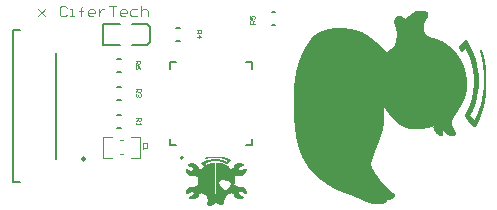
<source format=gto>
G04*
G04 #@! TF.GenerationSoftware,Altium Limited,Altium Designer,20.0.2 (26)*
G04*
G04 Layer_Color=65535*
%FSLAX25Y25*%
%MOIN*%
G70*
G01*
G75*
%ADD10C,0.00787*%
%ADD11C,0.00984*%
%ADD12C,0.00100*%
%ADD13C,0.00500*%
%ADD14C,0.00050*%
%ADD15C,0.00394*%
%ADD16C,0.00591*%
D10*
X401551Y287504D02*
G03*
X401551Y287504I-394J0D01*
G01*
X399287Y326335D02*
X400468D01*
X399287Y330665D02*
X400468D01*
X431157Y336165D02*
X432339D01*
X431157Y331835D02*
X432339D01*
X379713Y316196D02*
X380894D01*
X379713Y320527D02*
X380894D01*
X379713Y301831D02*
X380894D01*
X379713Y297500D02*
X380894D01*
X379713Y311178D02*
X380894D01*
X379713Y306848D02*
X380894D01*
X359437Y287240D02*
Y322476D01*
D11*
X368984Y287142D02*
G03*
X368984Y287142I-492J0D01*
G01*
D12*
X402662Y275700D02*
X402962D01*
X402462Y283600D02*
X403062D01*
X402462Y283700D02*
X402962D01*
X402462Y283800D02*
X402762D01*
X410162Y271800D02*
X410962D01*
X410062Y271900D02*
X411062D01*
X403262Y277300D02*
X406762D01*
X403362Y277400D02*
X406762D01*
X403462Y277500D02*
X406662D01*
X409762Y274100D02*
X410862D01*
X403962D02*
X405462D01*
X409762Y274200D02*
X410762D01*
X403662D02*
X405762D01*
X409662Y274300D02*
X410662D01*
X403562D02*
X405862D01*
X409662Y274400D02*
X410562D01*
X403562D02*
X406062D01*
X409662Y274500D02*
X410462D01*
X403662D02*
X406162D01*
X409562Y274600D02*
X410362D01*
X403862D02*
X406262D01*
X409462Y274700D02*
X410262D01*
X403962D02*
X406362D01*
X409462Y274800D02*
X410162D01*
X404162D02*
X406462D01*
X409462Y274900D02*
X410062D01*
X404362D02*
X406462D01*
X409362Y275000D02*
X409962D01*
X404562D02*
X406562D01*
X409262Y275100D02*
X409862D01*
X404662D02*
X406662D01*
X409162Y275200D02*
X409762D01*
X404862D02*
X406662D01*
X409062Y275300D02*
X409662D01*
X405062D02*
X406662D01*
X408962Y275400D02*
X409562D01*
X405162D02*
X406662D01*
X408762Y275500D02*
X409462D01*
X405162D02*
X406762D01*
X408462Y275600D02*
X409362D01*
X405162D02*
X406762D01*
X408362Y275700D02*
X409262D01*
X405162D02*
X406862D01*
X408062Y275800D02*
X409162D01*
X405162D02*
X407062D01*
X407862Y275900D02*
X409062D01*
X405162D02*
X407162D01*
X407662Y276000D02*
X409062D01*
X405162D02*
X407462D01*
X407662Y276100D02*
X408962D01*
X405162D02*
X407362D01*
X407462Y276200D02*
X408862D01*
X405062D02*
X407262D01*
X407462Y276300D02*
X408862D01*
X404862D02*
X407262D01*
X407362Y276400D02*
X408762D01*
X404562D02*
X407162D01*
X409062Y276500D02*
X411062D01*
X407262D02*
X408662D01*
X404462D02*
X407062D01*
X408962Y276600D02*
X410962D01*
X407262D02*
X408662D01*
X408862Y276700D02*
X410862D01*
X407162D02*
X408662D01*
X408862Y276800D02*
X410862D01*
X407062D02*
X408662D01*
X408862Y276900D02*
X410762D01*
X407062D02*
X408562D01*
X408862Y277000D02*
X410662D01*
X407062D02*
X408562D01*
X408762Y277100D02*
X410562D01*
X406962D02*
X408562D01*
X408862Y277200D02*
X410462D01*
X406962D02*
X408562D01*
X408862Y277300D02*
X410362D01*
X406862D02*
X408562D01*
X408862Y277400D02*
X410262D01*
X406862D02*
X408562D01*
X408962Y277500D02*
X410262D01*
X406862D02*
X408662D01*
X409062Y277600D02*
X410062D01*
X406862D02*
X408662D01*
X403562D02*
X406662D01*
X409162Y277700D02*
X409962D01*
X406862D02*
X408762D01*
X403762D02*
X406662D01*
X409362Y277800D02*
X409862D01*
X406862D02*
X408862D01*
X403962D02*
X406662D01*
X409462Y277900D02*
X409662D01*
X406762D02*
X408962D01*
X405462D02*
X406662D01*
X404262D02*
X405162D01*
X406762Y278000D02*
X409162D01*
X405662D02*
X406662D01*
X406762Y278100D02*
X409362D01*
X405862D02*
X406662D01*
X406062Y278200D02*
X406562D01*
X406162Y278300D02*
X406562D01*
X406362Y278400D02*
X406562D01*
X410062Y273500D02*
X410262D01*
X410062Y273600D02*
X410362D01*
X409962Y273700D02*
X410462D01*
X409862Y273800D02*
X410562D01*
X409862Y273900D02*
X410662D01*
X409862Y274000D02*
X410762D01*
X404262D02*
X405262D01*
X403262Y282100D02*
X406662D01*
X403362Y285000D02*
X406062D01*
X403262Y285100D02*
X405962D01*
X403262Y285200D02*
X405862D01*
X403262Y285300D02*
X405762D01*
X403462Y285400D02*
X405562D01*
X403362Y282000D02*
X406662D01*
X404362Y283100D02*
X407062D01*
X404562Y283200D02*
X407162D01*
X404662Y283300D02*
X407262D01*
X404762Y283400D02*
X407262D01*
X404862Y283500D02*
X407362D01*
X404862Y283600D02*
X407462D01*
X404862Y283700D02*
X407462D01*
X404862Y283800D02*
X407162D01*
X404862Y283900D02*
X407062D01*
X404862Y284000D02*
X406762D01*
X404862Y284100D02*
X406662D01*
X404862Y284200D02*
X406462D01*
X404862Y284300D02*
X406462D01*
X404562Y284400D02*
X406462D01*
X404462Y284500D02*
X406462D01*
X404162Y284600D02*
X406362D01*
X404062Y284700D02*
X406362D01*
X403762Y284800D02*
X406262D01*
X403662Y284900D02*
X406162D01*
X408462Y285100D02*
X408662D01*
X408262Y285200D02*
X408862D01*
X408262Y285300D02*
X408962D01*
X408062Y285400D02*
X408962D01*
X408062Y285500D02*
X408862D01*
X403562D02*
X405462D01*
X407862Y285600D02*
X408762D01*
X403962D02*
X405062D01*
X407762Y285700D02*
X408662D01*
X404262D02*
X404762D01*
X407862Y285800D02*
X408762D01*
X407962Y285900D02*
X408862D01*
X408062Y286000D02*
X409262D01*
X408262Y286100D02*
X409362D01*
X408462Y286200D02*
X409662D01*
X408662Y286300D02*
X409962D01*
X408962Y286400D02*
X410362D01*
X409062Y286500D02*
X410662D01*
X408862Y287400D02*
X409262D01*
X408862Y287500D02*
X409562D01*
X409262Y287600D02*
X410162D01*
X409562Y287700D02*
X410762D01*
X406162Y281400D02*
X406462D01*
X406062Y281500D02*
X406462D01*
X405762Y281600D02*
X406562D01*
X405662Y281700D02*
X406562D01*
X405362Y281800D02*
X406562D01*
X403762D02*
X405062D01*
X403562Y281900D02*
X406662D01*
X414062Y272000D02*
X414362D01*
X413762Y272100D02*
X414462D01*
X411462Y276400D02*
X411962D01*
X411362Y276500D02*
X411962D01*
X411262Y276600D02*
X411962D01*
X414162Y274100D02*
X415262D01*
X414262Y274200D02*
X415362D01*
X414362Y274300D02*
X415362D01*
X414562Y274400D02*
X415462D01*
X414662Y274500D02*
X415462D01*
X414762Y274600D02*
X415462D01*
X414862Y274700D02*
X415562D01*
X415062Y274800D02*
X415562D01*
X415062Y274900D02*
X415662D01*
X415162Y275000D02*
X415662D01*
X415262Y275100D02*
X415762D01*
X415262Y275200D02*
X415862D01*
X412562D02*
X415062D01*
X415262Y275300D02*
X415962D01*
X412662D02*
X415062D01*
X415262Y275400D02*
X416162D01*
X412762D02*
X414962D01*
X415262Y275500D02*
X416262D01*
X412862D02*
X414862D01*
X415062Y275600D02*
X416562D01*
X413062D02*
X414762D01*
X415062Y275700D02*
X416762D01*
X413062D02*
X414662D01*
X412662D02*
X412762D01*
X414862Y275800D02*
X417062D01*
X413262D02*
X414562D01*
X412662D02*
X412862D01*
X414862Y275900D02*
X417162D01*
X413362D02*
X414462D01*
X412662D02*
X413062D01*
X411862D02*
X412062D01*
X414662Y276000D02*
X417362D01*
X413462D02*
X414362D01*
X412662D02*
X413162D01*
X411762D02*
X411962D01*
X414662Y276100D02*
X417462D01*
X413662D02*
X414262D01*
X412662D02*
X413262D01*
X411662D02*
X411962D01*
X414462Y276200D02*
X417562D01*
X413862D02*
X414162D01*
X412662D02*
X413362D01*
X411662D02*
X411962D01*
X414362Y276300D02*
X417662D01*
X412662D02*
X413462D01*
X411562D02*
X411962D01*
X414162Y276400D02*
X417762D01*
X412662D02*
X413662D01*
X412662Y276500D02*
X417762D01*
X412662Y276600D02*
X417862D01*
X412662Y276700D02*
X417862D01*
X415862Y276800D02*
X417962D01*
X412662D02*
X415162D01*
X416062Y276900D02*
X417962D01*
X412662D02*
X415062D01*
X416362Y277000D02*
X418062D01*
X412662D02*
X414862D01*
X416462Y277100D02*
X418062D01*
X412662D02*
X414762D01*
X416562Y277200D02*
X418062D01*
X412662D02*
X414562D01*
X416662Y277300D02*
X418062D01*
X412662D02*
X414462D01*
X416762Y277400D02*
X418162D01*
X412662D02*
X414362D01*
X416862Y277500D02*
X418162D01*
X412662D02*
X414262D01*
X416962Y277600D02*
X418162D01*
X412662D02*
X414162D01*
X417062Y277700D02*
X418262D01*
X412662D02*
X414062D01*
X417062Y277800D02*
X418262D01*
X412662D02*
X413962D01*
X417162Y277900D02*
X418262D01*
X412662D02*
X413962D01*
X417262Y278000D02*
X418262D01*
X412662D02*
X413862D01*
X417262Y278100D02*
X418262D01*
X412662D02*
X413762D01*
X418462Y278200D02*
X419062D01*
X417262D02*
X418262D01*
X412662D02*
X413662D01*
X418462Y278300D02*
X418962D01*
X417262D02*
X418262D01*
X412662D02*
X413662D01*
X418462Y278400D02*
X418762D01*
X417362D02*
X418362D01*
X412662D02*
X413562D01*
X418462Y278500D02*
X418662D01*
X417362D02*
X418362D01*
X412662D02*
X413562D01*
X417462Y278600D02*
X418362D01*
X412662D02*
X413462D01*
X417462Y278700D02*
X418362D01*
X412662D02*
X413462D01*
X417462Y278800D02*
X418362D01*
X412662D02*
X413462D01*
X417462Y278900D02*
X418362D01*
X412662D02*
X413362D01*
X417462Y279000D02*
X418462D01*
X412662D02*
X413362D01*
X417462Y279100D02*
X418462D01*
X412662D02*
X413362D01*
X417462Y279200D02*
X418462D01*
X412662D02*
X413262D01*
X417462Y279300D02*
X418462D01*
X412662D02*
X413262D01*
X417362Y279400D02*
X418462D01*
X412662D02*
X413262D01*
X417362Y279500D02*
X418462D01*
X412662D02*
X413262D01*
X417262Y279600D02*
X418462D01*
X412662D02*
X413262D01*
X417162Y279700D02*
X418462D01*
X412662D02*
X413362D01*
X417062Y279800D02*
X418462D01*
X412662D02*
X413462D01*
X416862Y279900D02*
X418462D01*
X412662D02*
X413462D01*
X416562Y280000D02*
X418462D01*
X412662D02*
X413562D01*
X416262Y280100D02*
X418462D01*
X412662D02*
X413662D01*
X413362Y272300D02*
X414762D01*
X413162Y272400D02*
X414862D01*
X412962Y272500D02*
X414962D01*
X412862Y272600D02*
X415062D01*
X412762Y272700D02*
X415062D01*
X412562Y272800D02*
X415062D01*
X414862Y273400D02*
X414962D01*
X414762Y273500D02*
X414962D01*
X414562Y273600D02*
X415062D01*
X414462Y273700D02*
X415062D01*
X414262Y273800D02*
X415162D01*
X414162Y273900D02*
X415262D01*
X414062Y274000D02*
X415262D01*
X411362Y287100D02*
X413062D01*
X412662Y282100D02*
X418262D01*
X412662Y282200D02*
X418262D01*
X412662Y282300D02*
X418162D01*
X412662Y282400D02*
X418162D01*
X412662Y282500D02*
X418062D01*
X412662Y282600D02*
X418062D01*
X412662Y282700D02*
X418062D01*
X412662Y282800D02*
X417962D01*
X412662Y282900D02*
X417862D01*
X412662Y283000D02*
X417862D01*
X412662Y283100D02*
X417762D01*
X412662Y283200D02*
X417662D01*
X412662Y283300D02*
X417662D01*
X412662Y283400D02*
X417562D01*
X412662Y283500D02*
X417462D01*
X412662Y283600D02*
X417462D01*
X412662Y283700D02*
X417362D01*
X412662Y283800D02*
X417262D01*
X412662Y283900D02*
X417162D01*
X412662Y284000D02*
X417062D01*
X412662Y284100D02*
X416962D01*
X412662Y284200D02*
X416862D01*
X412662Y284300D02*
X416762D01*
X412662Y284400D02*
X416662D01*
X412662Y284500D02*
X416562D01*
X412662Y284600D02*
X416462D01*
X412662Y284700D02*
X416362D01*
X412662Y284800D02*
X416162D01*
X412662Y284900D02*
X416062D01*
X412662Y285000D02*
X415862D01*
X412662Y285100D02*
X415762D01*
X412662Y285200D02*
X415562D01*
X412662Y285300D02*
X415362D01*
X412662Y285400D02*
X415062D01*
X412662Y285500D02*
X414962D01*
X412662Y285600D02*
X414562D01*
X412662Y285700D02*
X414362D01*
X415662Y285800D02*
X416262D01*
X412662D02*
X413862D01*
X415562Y285900D02*
X416362D01*
X412662D02*
X413462D01*
X411562D02*
X411962D01*
X415262Y286000D02*
X416562D01*
X415162Y286100D02*
X416662D01*
X416062Y286200D02*
X416762D01*
X414862D02*
X415862D01*
X416162Y286300D02*
X416862D01*
X414662D02*
X415762D01*
X416262Y286400D02*
X416962D01*
X414162D02*
X415562D01*
X416362Y286500D02*
X417062D01*
X413862D02*
X415462D01*
X416562Y286600D02*
X417262D01*
X413162D02*
X415062D01*
X416562Y286700D02*
X417262D01*
X416362Y286800D02*
X417162D01*
X416162Y286900D02*
X417062D01*
X415962Y287000D02*
X416862D01*
X415762Y287100D02*
X416662D01*
X415462Y287200D02*
X416362D01*
X415262Y287300D02*
X416162D01*
X414762Y287400D02*
X415862D01*
X414562Y287500D02*
X415662D01*
X413862Y287600D02*
X415262D01*
X413462Y287700D02*
X414962D01*
X414762Y280300D02*
X418462D01*
X412662D02*
X414262D01*
X412662Y280400D02*
X418462D01*
X412662Y280500D02*
X418462D01*
X412662Y280600D02*
X418462D01*
X412662Y280700D02*
X418462D01*
X412662Y280800D02*
X418462D01*
X412662Y280900D02*
X418462D01*
X412662Y281000D02*
X418462D01*
X412662Y281100D02*
X418462D01*
X412662Y281200D02*
X418462D01*
X412662Y281300D02*
X418462D01*
X418562Y281400D02*
X418662D01*
X412662D02*
X418462D01*
X418562Y281500D02*
X418762D01*
X412662D02*
X418462D01*
X418562Y281600D02*
X419062D01*
X412662D02*
X418362D01*
X412662Y281700D02*
X418362D01*
X412662Y281800D02*
X418362D01*
X412662Y281900D02*
X418262D01*
X412662Y282000D02*
X418262D01*
X419462Y274200D02*
X421362D01*
X419262Y274300D02*
X421562D01*
X419762Y274100D02*
X421062D01*
X422062Y275800D02*
X422462D01*
X421962Y275900D02*
X422462D01*
X421762Y276000D02*
X422462D01*
X421662Y276100D02*
X422462D01*
X421462Y276200D02*
X422462D01*
X421262Y276300D02*
X422462D01*
X421062Y276400D02*
X422462D01*
X420962Y276500D02*
X422362D01*
X419962Y277900D02*
X421062D01*
X420062Y274000D02*
X420762D01*
X419262Y285400D02*
X421462D01*
X419362Y285500D02*
X421362D01*
X420862Y283200D02*
X422362D01*
X420962Y283300D02*
X422462D01*
X421262Y283400D02*
X422462D01*
X421362Y283500D02*
X422462D01*
X421662Y283600D02*
X422462D01*
X421762Y283700D02*
X422462D01*
X422062Y283800D02*
X422462D01*
X422162Y283900D02*
X422462D01*
X419662Y285600D02*
X421062D01*
X419962Y285700D02*
X420762D01*
X419862Y281800D02*
X420962D01*
X413462Y272200D02*
X414662D01*
X415462Y280200D02*
X418462D01*
X412662D02*
X413862D01*
X409862Y272100D02*
X411462D01*
X409862Y272000D02*
X411262D01*
X406762Y278200D02*
X411962D01*
X406762Y278300D02*
X411962D01*
X406662Y278400D02*
X411962D01*
X406662Y278500D02*
X411962D01*
X406662Y278600D02*
X411962D01*
X406662Y278700D02*
X411962D01*
X406662Y278800D02*
X411962D01*
X406662Y278900D02*
X411962D01*
X406662Y279000D02*
X411962D01*
X406662Y279100D02*
X411962D01*
X406662Y279200D02*
X411962D01*
X406662Y279300D02*
X411962D01*
X406662Y279400D02*
X411962D01*
X406662Y279500D02*
X411962D01*
X406662Y279600D02*
X411962D01*
X406662Y279700D02*
X411962D01*
X406662Y279800D02*
X411962D01*
X406562Y279900D02*
X411962D01*
X406562Y280000D02*
X411962D01*
X406562Y280100D02*
X411962D01*
X411162Y274100D02*
X413762D01*
X411062Y274200D02*
X413962D01*
X410962Y274300D02*
X414062D01*
X410862Y274400D02*
X414162D01*
X410762Y274500D02*
X414262D01*
X410662Y274600D02*
X414462D01*
X410662Y274700D02*
X414562D01*
X410462Y274800D02*
X414662D01*
X410462Y274900D02*
X414762D01*
X410262Y275000D02*
X414862D01*
X410262Y275100D02*
X414962D01*
X410062Y275200D02*
X412262D01*
X410062Y275300D02*
X412162D01*
X409862Y275400D02*
X411962D01*
X409862Y275500D02*
X411862D01*
X409762Y275600D02*
X411862D01*
X409662Y275700D02*
X411762D01*
X409562Y275800D02*
X411662D01*
X409462Y275900D02*
X411562D01*
X409362Y276000D02*
X411462D01*
X411162Y276700D02*
X411962D01*
X411062Y276800D02*
X411962D01*
X411062Y276900D02*
X411962D01*
X410962Y277000D02*
X411962D01*
X410862Y277100D02*
X411962D01*
X410762Y277200D02*
X411962D01*
X410662Y277300D02*
X411962D01*
X410562Y277400D02*
X411962D01*
X410462Y277500D02*
X411962D01*
X410362Y277600D02*
X411962D01*
X410262Y277700D02*
X411962D01*
X410262Y277800D02*
X411962D01*
X410162Y277900D02*
X411962D01*
X410062Y278000D02*
X411962D01*
X409862Y278100D02*
X411962D01*
X409662Y272300D02*
X411662D01*
X409662Y272400D02*
X411862D01*
X409662Y272500D02*
X411962D01*
X409762Y272600D02*
X412062D01*
X409762Y272700D02*
X412162D01*
X409862Y272800D02*
X412262D01*
X409962Y272900D02*
X414962D01*
X410062Y273000D02*
X414862D01*
X410162Y273100D02*
X414862D01*
X410262Y273200D02*
X414762D01*
X410362Y273300D02*
X414662D01*
X410462Y273400D02*
X414462D01*
X410562Y273500D02*
X414362D01*
X410662Y273600D02*
X414162D01*
X410762Y273700D02*
X414062D01*
X410962Y273800D02*
X413862D01*
X411062Y273900D02*
X413762D01*
X411162Y274000D02*
X413662D01*
X402662Y276000D02*
X403462D01*
X402662Y276100D02*
X403662D01*
X402662Y276200D02*
X403862D01*
X402662Y276300D02*
X403962D01*
X402662Y276400D02*
X404162D01*
X402762Y276500D02*
X404262D01*
X402762Y276600D02*
X407062D01*
X402862Y276700D02*
X406962D01*
X402862Y276800D02*
X406962D01*
X402862Y276900D02*
X406862D01*
X402962Y277000D02*
X406862D01*
X403062Y277100D02*
X406862D01*
X403162Y277200D02*
X406762D01*
X409362Y276100D02*
X411362D01*
X409262Y276200D02*
X411262D01*
X409162Y276300D02*
X411262D01*
X409062Y276400D02*
X411162D01*
X402662Y275800D02*
X403162D01*
X402662Y275900D02*
X403262D01*
X406862Y282100D02*
X411962D01*
X406862Y282200D02*
X411962D01*
X406862Y282300D02*
X411962D01*
X406962Y282400D02*
X411962D01*
X406962Y282500D02*
X411962D01*
X407062Y282600D02*
X411962D01*
X407062Y282700D02*
X411962D01*
X407162Y282800D02*
X411962D01*
X407162Y282900D02*
X411962D01*
X407262Y283000D02*
X411962D01*
X407262Y283100D02*
X411962D01*
X407362Y283200D02*
X411962D01*
X407462Y283300D02*
X411962D01*
X407462Y283400D02*
X411962D01*
X406562Y280300D02*
X411962D01*
X406562Y280400D02*
X411962D01*
X406562Y280500D02*
X411962D01*
X406562Y280600D02*
X411962D01*
X406562Y280700D02*
X411962D01*
X406562Y280800D02*
X411962D01*
X406562Y280900D02*
X411962D01*
X406562Y281000D02*
X411962D01*
X406662Y281100D02*
X411962D01*
X406662Y281200D02*
X411962D01*
X406662Y281300D02*
X411962D01*
X406662Y281400D02*
X411962D01*
X406662Y281500D02*
X411962D01*
X406662Y281600D02*
X411962D01*
X406662Y281700D02*
X411962D01*
X406762Y281800D02*
X411962D01*
X406762Y281900D02*
X411962D01*
X406862Y282000D02*
X411962D01*
X407562Y283500D02*
X411962D01*
X407662Y283600D02*
X411962D01*
X407662Y283700D02*
X411962D01*
X407862Y283800D02*
X411962D01*
X407862Y283900D02*
X411962D01*
X407962Y284000D02*
X411962D01*
X408062Y284100D02*
X411962D01*
X408162Y284200D02*
X411962D01*
X408262Y284300D02*
X411962D01*
X408362Y284400D02*
X411962D01*
X408462Y284500D02*
X411962D01*
X408662Y284600D02*
X411962D01*
X408762Y284700D02*
X411962D01*
X408862Y284800D02*
X411962D01*
X408962Y284900D02*
X411962D01*
X409162Y285000D02*
X411962D01*
X409262Y285100D02*
X411962D01*
X409562Y285200D02*
X411962D01*
X409662Y285300D02*
X411962D01*
X409962Y285400D02*
X411962D01*
X410062Y285500D02*
X411962D01*
X410462Y285600D02*
X411962D01*
X410662Y285700D02*
X411962D01*
X411162Y285800D02*
X411962D01*
X409562Y286700D02*
X414862D01*
X409962Y286800D02*
X414462D01*
X410162Y286900D02*
X414262D01*
X410862Y287000D02*
X413562D01*
X410162Y287800D02*
X414262D01*
X410762Y287900D02*
X413862D01*
X403162Y282200D02*
X406662D01*
X403062Y282300D02*
X406762D01*
X402962Y282400D02*
X406762D01*
X402862Y282500D02*
X406862D01*
X402762Y282600D02*
X406862D01*
X402662Y282700D02*
X406862D01*
X402662Y282800D02*
X406962D01*
X402662Y282900D02*
X407062D01*
X402562Y283000D02*
X407062D01*
X402562Y283100D02*
X404162D01*
X402462Y283200D02*
X403862D01*
X402462Y283300D02*
X403762D01*
X402462Y283400D02*
X403462D01*
X409362Y286600D02*
X411262D01*
X402462Y283500D02*
X403362D01*
X419062Y274400D02*
X421562D01*
X419062Y274500D02*
X421562D01*
X418862Y274600D02*
X421362D01*
X418862Y274700D02*
X421262D01*
X418662Y274800D02*
X421062D01*
X418662Y274900D02*
X420962D01*
X418562Y275000D02*
X420762D01*
X418462Y275100D02*
X420562D01*
X418462Y275200D02*
X420362D01*
X418462Y275300D02*
X420262D01*
X418462Y275400D02*
X420062D01*
X418462Y275500D02*
X420062D01*
X418362Y275600D02*
X420062D01*
X418262Y275700D02*
X420062D01*
X418062Y275800D02*
X420062D01*
X417962Y275900D02*
X420062D01*
X417662Y276000D02*
X420062D01*
X417662Y276100D02*
X420062D01*
X417862Y276200D02*
X420062D01*
X417862Y276300D02*
X420162D01*
X417962Y276400D02*
X420362D01*
X417962Y276500D02*
X420462D01*
X418062Y276600D02*
X422362D01*
X418062Y276700D02*
X422362D01*
X418062Y276800D02*
X422262D01*
X418162Y276900D02*
X422262D01*
X418162Y277000D02*
X422162D01*
X418262Y277100D02*
X422062D01*
X418262Y277200D02*
X422062D01*
X418262Y277300D02*
X421962D01*
X418262Y277400D02*
X421862D01*
X418262Y277500D02*
X421762D01*
X418362Y277600D02*
X421662D01*
X418362Y277700D02*
X421462D01*
X418362Y277800D02*
X421262D01*
X418462Y277900D02*
X419662D01*
X418462Y278000D02*
X419462D01*
X418462Y278100D02*
X419262D01*
X418462Y282100D02*
X421562D01*
X418362Y282200D02*
X421662D01*
X418362Y282300D02*
X421862D01*
X418262Y282400D02*
X421962D01*
X418262Y282500D02*
X421962D01*
X418262Y282600D02*
X422062D01*
X418162Y282700D02*
X422162D01*
X418062Y282800D02*
X422262D01*
X418062Y282900D02*
X422262D01*
X418062Y283000D02*
X422262D01*
X417962Y283100D02*
X422362D01*
X417862Y283200D02*
X420562D01*
X417862Y283300D02*
X420462D01*
X417762Y283400D02*
X420262D01*
X417662Y283500D02*
X420062D01*
X417662Y283600D02*
X419962D01*
X417562Y283700D02*
X419962D01*
X417662Y283800D02*
X419962D01*
X417862Y283900D02*
X419962D01*
X418062Y284000D02*
X419962D01*
X418262Y284100D02*
X419962D01*
X418362Y284200D02*
X419962D01*
X418462Y284300D02*
X419962D01*
X418462Y284400D02*
X420162D01*
X418462Y284500D02*
X420262D01*
X418462Y284600D02*
X420562D01*
X418562Y284700D02*
X420662D01*
X418662Y284800D02*
X420962D01*
X418662Y284900D02*
X421062D01*
X418762Y285000D02*
X421362D01*
X418862Y285100D02*
X421462D01*
X418962Y285200D02*
X421662D01*
X419062Y285300D02*
X421662D01*
X418462Y281800D02*
X419462D01*
X418462Y281900D02*
X421162D01*
X418462Y282000D02*
X421462D01*
X418562Y281700D02*
X419262D01*
X409662Y272200D02*
X411562D01*
X406562Y280200D02*
X411962D01*
D13*
X375035Y325000D02*
Y332000D01*
X389535D02*
X390535Y331000D01*
X389535Y325000D02*
X390535Y326000D01*
Y331000D01*
X375035Y332000D02*
X380535D01*
X384535D02*
X389535D01*
X375035Y325000D02*
X380535D01*
X384535D02*
X389535D01*
X397220Y291717D02*
X399386D01*
X422614Y291717D02*
X424780D01*
X397220Y319276D02*
X399386D01*
X422614Y319276D02*
X424780D01*
X397220Y291717D02*
Y293882D01*
X424780Y291717D02*
Y293882D01*
X397220Y317111D02*
Y319276D01*
X424780Y317111D02*
Y319276D01*
X486000Y320500D02*
Y325500D01*
Y311000D02*
Y316500D01*
X479000Y320500D02*
Y325500D01*
Y311000D02*
Y316500D01*
X480000Y326500D02*
X485000D01*
X486000Y325500D01*
X479000D02*
X480000Y326500D01*
X479000Y311000D02*
X486000D01*
D14*
X468900Y272800D02*
Y274000D01*
X469000Y272850D02*
Y273950D01*
X469050Y272900D02*
Y273900D01*
X469100Y272950D02*
Y273850D01*
X469150Y273000D02*
Y273800D01*
X469200Y273050D02*
Y273750D01*
X469250Y273200D02*
Y273600D01*
X469750Y273800D02*
Y277050D01*
X469800Y273800D02*
Y277000D01*
X469850Y273800D02*
Y277000D01*
X469900Y273800D02*
Y276950D01*
X469950Y273800D02*
Y276900D01*
X470000Y273800D02*
Y276850D01*
X470050Y273800D02*
Y276800D01*
X470100Y273800D02*
Y276750D01*
X470150Y273800D02*
Y276700D01*
X470200Y273850D02*
Y276700D01*
X470250Y273850D02*
Y276650D01*
X470300Y273850D02*
Y276600D01*
X470350Y273850D02*
Y276550D01*
X470400Y273900D02*
Y276500D01*
X470450Y273900D02*
Y276450D01*
X470500Y273900D02*
Y276400D01*
X470550Y273900D02*
Y276400D01*
X470600Y273950D02*
Y276350D01*
X470650Y273950D02*
Y276300D01*
X470700Y273950D02*
Y276250D01*
X470750Y274000D02*
Y276200D01*
X470800Y274000D02*
Y276200D01*
X470850Y274000D02*
Y276150D01*
X470900Y274000D02*
Y276100D01*
X470950Y274050D02*
Y276050D01*
X471000Y274050D02*
Y276000D01*
X471050Y274100D02*
Y276000D01*
X471100Y274100D02*
Y275950D01*
X471150Y274150D02*
Y275900D01*
X471200Y274150D02*
Y275850D01*
X471250Y274150D02*
Y275800D01*
X471300Y274200D02*
Y275800D01*
X471350Y274250D02*
Y275750D01*
X471400Y274250D02*
Y275700D01*
X471450Y274300D02*
Y275650D01*
X471500Y274300D02*
Y275600D01*
X471550Y274350D02*
Y275600D01*
X471600Y274400D02*
Y275500D01*
X471650Y274450D02*
Y275450D01*
X471700Y274500D02*
Y275400D01*
X471750Y274550D02*
Y275350D01*
X471800Y274600D02*
Y275300D01*
X471850Y274700D02*
Y275200D01*
X471900Y274900D02*
Y275000D01*
X468250Y299050D02*
Y300300D01*
X482300Y333700D02*
Y336250D01*
X482000Y333150D02*
Y336350D01*
X482050Y333250D02*
Y336350D01*
X482100Y333300D02*
Y336300D01*
X482150Y333400D02*
Y336300D01*
X482200Y333500D02*
Y336300D01*
X482250Y333600D02*
Y336250D01*
X485100Y297600D02*
Y297900D01*
X487950Y295350D02*
Y296600D01*
X488000Y295500D02*
Y296150D01*
X482400Y333850D02*
Y336200D01*
X482450Y333950D02*
Y336150D01*
X482500Y334050D02*
Y336150D01*
X482550Y334100D02*
Y336150D01*
X482600Y334200D02*
Y336100D01*
X482650Y334300D02*
Y336100D01*
X482700Y334400D02*
Y336050D01*
X482750Y334450D02*
Y336000D01*
X482800Y334550D02*
Y336000D01*
X482850Y334650D02*
Y335950D01*
X482900Y334750D02*
Y335850D01*
X482950Y334850D02*
Y335800D01*
X483000Y334950D02*
Y335750D01*
X483050Y335150D02*
Y335650D01*
X483100Y335350D02*
Y335400D01*
X491000Y294950D02*
Y298950D01*
X491050Y294950D02*
Y298500D01*
X491100Y294950D02*
Y298300D01*
X491150Y294950D02*
Y298150D01*
X491200Y294950D02*
Y298000D01*
X491250Y294950D02*
Y297850D01*
X491300Y294950D02*
Y297700D01*
X491350Y294950D02*
Y297550D01*
X491400Y294950D02*
Y297450D01*
X491450Y294950D02*
Y297350D01*
X491500Y295000D02*
Y297250D01*
X491550Y295000D02*
Y297150D01*
X491600Y295000D02*
Y297050D01*
X491650Y295000D02*
Y296950D01*
X491700Y295050D02*
Y296850D01*
X491750Y295050D02*
Y296750D01*
X491800Y295100D02*
Y296650D01*
X491900Y295150D02*
Y296500D01*
X491950Y295200D02*
Y296400D01*
X492000Y295200D02*
Y296250D01*
X492050Y295250D02*
Y296200D01*
X492100Y295300D02*
Y296100D01*
X492150Y295400D02*
Y296000D01*
X492200Y295500D02*
Y295800D01*
X497550Y298950D02*
Y301050D01*
X497600Y298900D02*
Y300950D01*
X497650Y298850D02*
Y300900D01*
X497700Y298800D02*
Y300850D01*
X497750Y298700D02*
Y300800D01*
X497800Y298700D02*
Y300750D01*
X497850Y298600D02*
Y300600D01*
X497900Y298550D02*
Y300600D01*
X497950Y298500D02*
Y300500D01*
X498000Y298400D02*
Y300500D01*
X498050Y298400D02*
Y300350D01*
X498100Y298300D02*
Y300300D01*
X498150Y298250D02*
Y300250D01*
X498200Y298250D02*
Y300200D01*
X498250Y298200D02*
Y300150D01*
X498300Y298100D02*
Y300100D01*
X491850Y295100D02*
Y296550D01*
X495650Y301750D02*
Y301900D01*
X495700Y301650D02*
Y301900D01*
X497050Y301850D02*
Y304800D01*
X497100Y301900D02*
Y304850D01*
X497150Y302050D02*
Y305050D01*
X497200Y302100D02*
Y305200D01*
Y305250D02*
Y305350D01*
X497250Y302250D02*
Y305350D01*
X497300Y302300D02*
Y305500D01*
X497350Y302350D02*
Y305600D01*
X497400Y302400D02*
Y305800D01*
X497450Y302550D02*
Y305850D01*
X497500Y302650D02*
Y306050D01*
X497550Y302700D02*
Y306300D01*
X497600Y302850D02*
Y306300D01*
X497650Y302850D02*
Y306500D01*
X497700Y303000D02*
Y306550D01*
X497750Y303050D02*
Y306900D01*
X497800Y303150D02*
Y306950D01*
X497850Y303300D02*
Y307250D01*
X497900Y303350D02*
Y307450D01*
X497950Y303550D02*
Y307700D01*
X498000Y303600D02*
Y308000D01*
X498050Y303800D02*
Y308050D01*
X498100Y303950D02*
Y308400D01*
X498150Y304000D02*
Y308600D01*
X498200Y304200D02*
Y308950D01*
X495750Y301250D02*
Y302050D01*
X495800Y301200D02*
Y302150D01*
Y309800D02*
Y314550D01*
X495850Y310150D02*
Y314100D01*
X495900Y310450D02*
Y313750D01*
X495950Y310850D02*
Y313300D01*
X495650Y309200D02*
Y315300D01*
X495700Y309400D02*
Y315050D01*
X495750Y309600D02*
Y314800D01*
X498150Y317400D02*
Y317450D01*
X493600Y324400D02*
Y324500D01*
X493650Y324250D02*
Y324600D01*
X493700Y324250D02*
Y324600D01*
X493750Y324150D02*
Y324650D01*
X493800Y324100D02*
Y324700D01*
X493850Y324000D02*
Y324750D01*
X493900Y323900D02*
Y324800D01*
X493950Y323850D02*
Y324900D01*
X494000Y323750D02*
Y324950D01*
X494050Y323700D02*
Y324950D01*
X494100Y323550D02*
Y325050D01*
X494150Y323550D02*
Y325050D01*
X496900Y321650D02*
Y325000D01*
X496950Y321500D02*
Y325000D01*
X497000Y321450D02*
Y324850D01*
X497050Y321250D02*
Y324700D01*
X497100Y321250D02*
Y324650D01*
X497150Y321050D02*
Y324500D01*
X497200Y320800D02*
Y324500D01*
X497250Y320800D02*
Y324350D01*
X497300Y320600D02*
Y324250D01*
X497350Y320550D02*
Y324150D01*
X497400Y320300D02*
Y324150D01*
X497450Y320250D02*
Y323950D01*
X497500Y320000D02*
Y323800D01*
X497550Y319800D02*
Y323750D01*
X497600Y319750D02*
Y323550D01*
X497650Y319500D02*
Y323500D01*
X497700Y319450D02*
Y323350D01*
X497750Y319200D02*
Y323150D01*
Y323300D02*
Y323350D01*
X497800Y319150D02*
Y323100D01*
X497850Y318850D02*
Y322950D01*
X497900Y318750D02*
Y322900D01*
X497950Y318500D02*
Y322700D01*
X498000Y318200D02*
Y322650D01*
X498050Y318200D02*
Y322500D01*
X498100Y317900D02*
Y322300D01*
X498150Y317750D02*
Y322300D01*
X498200Y317450D02*
Y322100D01*
X498250Y317250D02*
Y322050D01*
X498400Y298000D02*
Y300000D01*
X498450Y298000D02*
Y299950D01*
X498500Y298000D02*
Y299900D01*
X498550Y298000D02*
Y299850D01*
X498600Y298000D02*
Y299850D01*
X498650Y298000D02*
Y299850D01*
X498700Y298000D02*
Y299950D01*
X498750Y298100D02*
Y299950D01*
X498800Y298100D02*
Y300100D01*
X498850Y298100D02*
Y300150D01*
X498900Y298100D02*
Y300300D01*
X498950Y298150D02*
Y300500D01*
X499000Y298250D02*
Y300500D01*
X499050Y298350D02*
Y300650D01*
X499100Y298350D02*
Y300700D01*
X499150Y298450D02*
Y300850D01*
X499200Y298500D02*
Y300950D01*
X499250Y298550D02*
Y301050D01*
X500100Y300350D02*
Y300400D01*
X500600Y301650D02*
Y304400D01*
X500650Y301800D02*
Y304550D01*
X500700Y301850D02*
Y304800D01*
X500750Y302000D02*
Y304850D01*
X500800Y302250D02*
Y305150D01*
X500850Y302300D02*
Y305250D01*
X500900Y302500D02*
Y305450D01*
X500950Y302550D02*
Y305700D01*
X501000Y302800D02*
Y305800D01*
X501050Y302800D02*
Y302850D01*
Y302900D02*
Y306100D01*
X501100Y303100D02*
Y306150D01*
X501150Y303300D02*
Y306450D01*
X501200Y303350D02*
Y306550D01*
X501250Y303600D02*
Y306950D01*
X501300Y303600D02*
Y307400D01*
X501350Y303900D02*
Y307450D01*
X501400Y304100D02*
Y307800D01*
X501450Y304150D02*
Y307950D01*
X501500Y304450D02*
Y308300D01*
X501550Y304500D02*
Y308550D01*
X501600Y304900D02*
Y308800D01*
X500400Y301200D02*
Y303800D01*
X500450Y301350D02*
Y304050D01*
X500500Y301400D02*
Y304100D01*
X500550Y301600D02*
Y304300D01*
X498450Y310650D02*
Y310700D01*
X499650Y309700D02*
Y316800D01*
X499700Y310200D02*
Y316300D01*
X499750Y310650D02*
Y315950D01*
X499800Y310800D02*
Y315800D01*
X499900Y311750D02*
Y315200D01*
X501900Y312350D02*
Y312600D01*
Y313150D02*
Y313650D01*
Y313750D02*
Y313800D01*
X501950Y312900D02*
Y313000D01*
X502400Y309750D02*
Y315850D01*
X502450Y309700D02*
Y309750D01*
Y310800D02*
Y314350D01*
X499600Y309600D02*
Y316900D01*
X502350Y309600D02*
Y316050D01*
X499850Y311700D02*
Y315250D01*
X500650Y323050D02*
Y323300D01*
X500700Y322800D02*
Y323350D01*
X500750Y322750D02*
Y323400D01*
X500800Y322400D02*
Y323400D01*
X500850Y322300D02*
Y323400D01*
X500900Y322100D02*
Y323400D01*
X500950Y321850D02*
Y323350D01*
X501000Y321750D02*
Y323250D01*
X501050Y321450D02*
Y323100D01*
Y323200D02*
Y323250D01*
X501100Y321400D02*
Y322950D01*
X501150Y321100D02*
Y322750D01*
X501200Y321000D02*
Y322700D01*
X501250Y320700D02*
Y322450D01*
X501300Y320250D02*
Y322450D01*
X501350Y320250D02*
Y322200D01*
X501400Y319850D02*
Y321950D01*
X501450Y319750D02*
Y321900D01*
X501500Y319200D02*
Y321600D01*
X501550Y318850D02*
Y318900D01*
Y318950D02*
Y321500D01*
X501600Y318550D02*
Y321300D01*
X501650Y317950D02*
Y321250D01*
X501700Y317850D02*
Y320950D01*
X438550Y302750D02*
Y309950D01*
X438600Y301550D02*
Y310750D01*
X438650Y300750D02*
Y311400D01*
X438700Y300050D02*
Y311900D01*
X438750Y299250D02*
Y312500D01*
X438800Y298750D02*
Y312900D01*
X438850Y298300D02*
Y313250D01*
X438900Y297850D02*
Y313600D01*
X438950Y297400D02*
Y313950D01*
X464100Y272650D02*
Y285250D01*
X464150Y272650D02*
Y284900D01*
X464200Y272600D02*
Y284700D01*
X464250Y272600D02*
Y284500D01*
X464300Y272600D02*
Y284400D01*
X464350Y272600D02*
Y284250D01*
X464400Y272550D02*
Y284150D01*
X464450Y272550D02*
Y284000D01*
X464500Y272550D02*
Y283900D01*
X464550Y272550D02*
Y283800D01*
X464600Y272550D02*
Y283700D01*
X464650Y272500D02*
Y283600D01*
X464700Y272500D02*
Y283500D01*
X464750Y272500D02*
Y283450D01*
X464800Y272500D02*
Y283350D01*
X464850Y272500D02*
Y283250D01*
X464900Y272450D02*
Y283150D01*
X464950Y272450D02*
Y283050D01*
X465000Y272450D02*
Y283000D01*
X465050Y272450D02*
Y282900D01*
X465100Y272450D02*
Y282850D01*
X465150Y272450D02*
Y282750D01*
X465200Y272400D02*
Y282650D01*
X465250Y272400D02*
Y282600D01*
X465300Y272400D02*
Y282550D01*
X465350Y272400D02*
Y282450D01*
X465400Y272400D02*
Y282400D01*
X465450Y272400D02*
Y282300D01*
X465500Y272400D02*
Y282200D01*
X465550Y272400D02*
Y282150D01*
X465600Y272400D02*
Y282050D01*
X465650Y272400D02*
Y282000D01*
X465700Y272400D02*
Y281900D01*
X465750Y272400D02*
Y281850D01*
X465800Y272400D02*
Y281800D01*
X465850Y272400D02*
Y281700D01*
X465900Y272400D02*
Y281650D01*
X465950Y272400D02*
Y281550D01*
X466000Y272400D02*
Y281500D01*
X466050Y272400D02*
Y281450D01*
X466100Y272400D02*
Y281350D01*
X466150Y272400D02*
Y281300D01*
X466200Y272400D02*
Y281200D01*
X466250Y272400D02*
Y281150D01*
X466300Y272400D02*
Y281100D01*
X469200Y273950D02*
Y277550D01*
X469250Y273950D02*
Y277500D01*
X469300Y273900D02*
Y277500D01*
X469350Y273900D02*
Y277450D01*
X469400Y273900D02*
Y277400D01*
X469450Y273850D02*
Y277350D01*
X469500Y273850D02*
Y277300D01*
X469550Y273850D02*
Y277250D01*
X469600Y273850D02*
Y277200D01*
X469650Y273800D02*
Y277150D01*
X469700Y273800D02*
Y277100D01*
X466400Y272400D02*
Y280950D01*
X466450Y272400D02*
Y280850D01*
X466500Y272400D02*
Y280800D01*
X466550Y272400D02*
Y280750D01*
X466600Y272400D02*
Y280650D01*
X466650Y272400D02*
Y280600D01*
X466700Y272400D02*
Y280500D01*
X466750Y272400D02*
Y280450D01*
X466800Y272450D02*
Y280400D01*
X466850Y272450D02*
Y280300D01*
X466900Y272450D02*
Y280250D01*
X466950Y272450D02*
Y280150D01*
X467000Y272450D02*
Y280100D01*
X467050Y272450D02*
Y280050D01*
X467100Y272450D02*
Y279950D01*
X467150Y272450D02*
Y279900D01*
X467200Y272450D02*
Y279850D01*
X467250Y272450D02*
Y279750D01*
X467300Y272450D02*
Y279700D01*
X467350Y272450D02*
Y279650D01*
X467400Y272450D02*
Y279550D01*
X467450Y272450D02*
Y279500D01*
X467500Y272450D02*
Y279450D01*
X467550Y272500D02*
Y279350D01*
X467600Y272500D02*
Y279300D01*
X467650Y272500D02*
Y279250D01*
X467700Y272500D02*
Y279200D01*
X467750Y272500D02*
Y279150D01*
X467800Y272500D02*
Y279050D01*
X467900Y272500D02*
Y278950D01*
X467950Y272550D02*
Y278900D01*
X468000Y272550D02*
Y278850D01*
X468050Y272550D02*
Y278750D01*
X468100Y272550D02*
Y278700D01*
X468150Y272550D02*
Y278650D01*
X468200Y272550D02*
Y278600D01*
X468250Y272550D02*
Y278550D01*
X468300Y272600D02*
Y278500D01*
X468350Y272600D02*
Y278450D01*
X468400Y272600D02*
Y278400D01*
X468450Y272600D02*
Y278350D01*
X468500Y272650D02*
Y278250D01*
X468550Y272650D02*
Y278200D01*
X468600Y272650D02*
Y278150D01*
X468650Y272700D02*
Y278100D01*
X468700Y272700D02*
Y278050D01*
X468750Y272700D02*
Y278000D01*
X468800Y272750D02*
Y277950D01*
X468850Y272750D02*
Y277900D01*
X468900Y274050D02*
Y277850D01*
X468950Y272800D02*
Y277800D01*
X469000Y274000D02*
Y277750D01*
X469050Y274000D02*
Y277700D01*
X469100Y274000D02*
Y277650D01*
X469150Y273950D02*
Y277600D01*
X467850Y272500D02*
Y279000D01*
X468050Y297800D02*
Y323900D01*
X468100Y298000D02*
Y323850D01*
X468150Y298250D02*
Y323800D01*
X468200Y298550D02*
Y323750D01*
X468250Y304650D02*
Y323700D01*
X468300Y305150D02*
Y323650D01*
X468350Y305100D02*
Y323600D01*
X468400Y305000D02*
Y323550D01*
X468450Y304900D02*
Y323500D01*
X468500Y304850D02*
Y323450D01*
X468550Y304800D02*
Y323400D01*
X468600Y304700D02*
Y323350D01*
X468650Y304650D02*
Y323300D01*
X468700Y304550D02*
Y323250D01*
X468750Y304500D02*
Y323200D01*
X468800Y304400D02*
Y323150D01*
X468850Y304350D02*
Y323100D01*
X468900Y304250D02*
Y323050D01*
X468950Y304200D02*
Y323000D01*
X469000Y304100D02*
Y322950D01*
X469050Y304050D02*
Y322900D01*
X469100Y304000D02*
Y322850D01*
X469150Y303900D02*
Y322800D01*
X469200Y303800D02*
Y322750D01*
X469250Y303750D02*
Y322700D01*
X469300Y303700D02*
Y322650D01*
X469350Y303600D02*
Y322650D01*
X469400Y303550D02*
Y322650D01*
X469450Y303450D02*
Y322700D01*
X469500Y303400D02*
Y322700D01*
X469550Y303350D02*
Y322750D01*
X469600Y303250D02*
Y322750D01*
X469650Y303200D02*
Y322800D01*
X469700Y303100D02*
Y322800D01*
X469750Y303050D02*
Y322850D01*
X469800Y303000D02*
Y322900D01*
X469850Y302950D02*
Y322950D01*
X469900Y302850D02*
Y323000D01*
X469950Y302800D02*
Y323050D01*
X470000Y302700D02*
Y323100D01*
X470050Y302650D02*
Y323100D01*
X470100Y302600D02*
Y323150D01*
X470150Y302500D02*
Y323200D01*
X470200Y302450D02*
Y323250D01*
X470250Y302400D02*
Y323300D01*
X470300Y302350D02*
Y323300D01*
X470350Y302250D02*
Y323350D01*
X470400Y302200D02*
Y323400D01*
X470450Y302150D02*
Y323400D01*
X470500Y302100D02*
Y323450D01*
X470550Y302000D02*
Y323500D01*
X470600Y301950D02*
Y323550D01*
X470650Y301900D02*
Y323550D01*
X470700Y301850D02*
Y323600D01*
X470750Y301750D02*
Y323650D01*
X470800Y301700D02*
Y323650D01*
X470850Y301650D02*
Y323700D01*
X470900Y301600D02*
Y323750D01*
X470950Y301550D02*
Y323800D01*
X471000Y301450D02*
Y323850D01*
X471050Y301400D02*
Y323850D01*
X471100Y301350D02*
Y323900D01*
X471150Y301300D02*
Y323950D01*
X471200Y301250D02*
Y323950D01*
X471250Y301200D02*
Y324000D01*
X471300Y301150D02*
Y324050D01*
X471350Y301050D02*
Y324100D01*
X471400Y301000D02*
Y324100D01*
X471450Y300950D02*
Y324150D01*
X471500Y300900D02*
Y324200D01*
X471550Y300850D02*
Y324200D01*
X471600Y300800D02*
Y324250D01*
X471650Y300750D02*
Y324300D01*
X471700Y300700D02*
Y324350D01*
X471750Y300650D02*
Y324400D01*
X471800Y300600D02*
Y324450D01*
X471850Y300550D02*
Y324450D01*
X471900Y300500D02*
Y324500D01*
X471950Y300450D02*
Y324550D01*
X472000Y300400D02*
Y324600D01*
X472050Y300350D02*
Y324650D01*
X472100Y300300D02*
Y324700D01*
X472150Y300250D02*
Y324750D01*
X472200Y300200D02*
Y324800D01*
X472250Y300150D02*
Y324850D01*
X472300Y300100D02*
Y324950D01*
X472350Y300050D02*
Y325050D01*
X472400Y300000D02*
Y325500D01*
X472450Y299950D02*
Y325800D01*
X472500Y299900D02*
Y326050D01*
X472550Y299900D02*
Y326400D01*
X472600Y299850D02*
Y326600D01*
X472650Y299800D02*
Y326850D01*
X472700Y299750D02*
Y327150D01*
X472750Y299700D02*
Y327500D01*
X472800Y299650D02*
Y327850D01*
X472850Y299600D02*
Y328200D01*
X467900Y297150D02*
Y324050D01*
X467950Y297350D02*
Y324000D01*
X468000Y297500D02*
Y323950D01*
X472050Y332700D02*
Y333300D01*
X472100Y332500D02*
Y333450D01*
X472150Y332350D02*
Y333600D01*
X472200Y332200D02*
Y333700D01*
X472250Y332050D02*
Y333800D01*
X472300Y331800D02*
Y333900D01*
X472350Y331650D02*
Y334000D01*
X472400Y331500D02*
Y334050D01*
X472450Y331350D02*
Y334150D01*
X472500Y331150D02*
Y334200D01*
X472550Y330950D02*
Y334300D01*
X472600Y330750D02*
Y334350D01*
X472650Y330600D02*
Y334400D01*
X472700Y330400D02*
Y334450D01*
X472750Y330100D02*
Y334500D01*
X472800Y329800D02*
Y334550D01*
X472850Y329500D02*
Y334600D01*
X482200Y297650D02*
Y328800D01*
X482250Y297650D02*
Y328750D01*
X482300Y297650D02*
Y328650D01*
X482050Y297600D02*
Y329000D01*
X482100Y297600D02*
Y328950D01*
X482150Y297600D02*
Y328850D01*
X481550Y331300D02*
Y336450D01*
X481600Y331850D02*
Y336400D01*
X481650Y332150D02*
Y336400D01*
X481700Y332400D02*
Y336400D01*
X481750Y332550D02*
Y336400D01*
X481800Y332700D02*
Y336400D01*
X481850Y332800D02*
Y336350D01*
X481900Y332900D02*
Y336350D01*
X481950Y333050D02*
Y336350D01*
X482400Y297650D02*
Y328550D01*
X482450Y297650D02*
Y328500D01*
X482500Y297700D02*
Y328450D01*
X482550Y297700D02*
Y328400D01*
X482600Y297700D02*
Y328350D01*
X482650Y297700D02*
Y328300D01*
X482700Y297700D02*
Y328300D01*
X482750Y297700D02*
Y328250D01*
X482800Y297700D02*
Y328200D01*
X482850Y297750D02*
Y328150D01*
X482900Y297750D02*
Y328150D01*
X482950Y297750D02*
Y328100D01*
X483000Y297750D02*
Y328050D01*
X483050Y297800D02*
Y328050D01*
X483100Y297800D02*
Y328000D01*
X483150Y297800D02*
Y327950D01*
X483200Y297800D02*
Y327950D01*
X483250Y297850D02*
Y327900D01*
X483300Y297850D02*
Y327900D01*
X483350Y297850D02*
Y327850D01*
X483400Y297850D02*
Y327850D01*
X483450Y297900D02*
Y327800D01*
X483500Y297900D02*
Y327800D01*
X483550Y297900D02*
Y327750D01*
X483600Y297900D02*
Y327750D01*
X483650Y297900D02*
Y327700D01*
X483700Y297950D02*
Y327700D01*
X483750Y297950D02*
Y327700D01*
X483800Y297950D02*
Y327650D01*
X483900Y297950D02*
Y327600D01*
X483950Y298000D02*
Y327600D01*
X484000Y298000D02*
Y327600D01*
X484050Y298000D02*
Y327550D01*
X484100Y298050D02*
Y327550D01*
X484150Y298050D02*
Y327500D01*
X484200Y298050D02*
Y327500D01*
X484250Y298100D02*
Y327500D01*
X484300Y298100D02*
Y327450D01*
X484350Y298100D02*
Y327450D01*
X484400Y298150D02*
Y327450D01*
X484450Y298150D02*
Y327450D01*
X484500Y298150D02*
Y327400D01*
X484550Y298200D02*
Y327400D01*
X484600Y298200D02*
Y327400D01*
X484650Y298200D02*
Y327350D01*
X484700Y298200D02*
Y327350D01*
X484750Y298250D02*
Y327350D01*
X484800Y298250D02*
Y327300D01*
X484850Y298250D02*
Y327300D01*
X484900Y298250D02*
Y327300D01*
X484950Y298300D02*
Y327300D01*
X485000Y298300D02*
Y327250D01*
X485050Y298300D02*
Y327250D01*
X485100Y298350D02*
Y327250D01*
X485150Y297350D02*
Y327250D01*
X485200Y297150D02*
Y327200D01*
X487950Y297150D02*
Y326150D01*
X483850Y297950D02*
Y327650D01*
X497150Y299400D02*
Y301550D01*
X497200Y299350D02*
Y301550D01*
X497250Y299300D02*
Y301450D01*
X497300Y299200D02*
Y301400D01*
X497350Y299200D02*
Y301300D01*
X497400Y299100D02*
Y301300D01*
X497450Y299050D02*
Y301200D01*
X497500Y299000D02*
Y301100D01*
X498250Y304200D02*
Y309150D01*
X498300Y304400D02*
Y309400D01*
X494200Y323450D02*
Y325150D01*
X494250Y323350D02*
Y325250D01*
X494300Y323300D02*
Y325250D01*
X494350Y323150D02*
Y325350D01*
X494400Y323150D02*
Y325350D01*
X494450Y323150D02*
Y325400D01*
X494500Y323150D02*
Y325450D01*
X494550Y323150D02*
Y325500D01*
X496650Y322300D02*
Y325500D01*
X496700Y322150D02*
Y325400D01*
X496750Y322100D02*
Y325350D01*
X496800Y321900D02*
Y325200D01*
X496850Y321850D02*
Y325150D01*
X491000Y299950D02*
Y323850D01*
X491050Y300200D02*
Y323800D01*
X491100Y300300D02*
Y323750D01*
X491150Y300400D02*
Y323700D01*
X491200Y300500D02*
Y323650D01*
X491250Y300650D02*
Y323600D01*
X491300Y300750D02*
Y323550D01*
X491350Y300850D02*
Y323500D01*
X491400Y300950D02*
Y323450D01*
X491450Y301000D02*
Y323400D01*
X491500Y301150D02*
Y323350D01*
X491550Y301200D02*
Y323300D01*
X491600Y301300D02*
Y323250D01*
X491650Y301400D02*
Y323200D01*
X491700Y301450D02*
Y323150D01*
X491750Y301550D02*
Y323100D01*
X491800Y301650D02*
Y323050D01*
X491900Y301750D02*
Y322950D01*
X491950Y301850D02*
Y322900D01*
X492000Y301950D02*
Y322850D01*
X492050Y302050D02*
Y322800D01*
X492100Y302100D02*
Y322750D01*
X492150Y302150D02*
Y322700D01*
X492200Y302250D02*
Y322650D01*
X492250Y302350D02*
Y322600D01*
X492300Y302400D02*
Y322500D01*
X492350Y302450D02*
Y322450D01*
X492400Y302550D02*
Y322400D01*
X492450Y302650D02*
Y322350D01*
X492500Y302700D02*
Y322300D01*
X492550Y302800D02*
Y322250D01*
X492600Y302850D02*
Y322150D01*
X492650Y302950D02*
Y322100D01*
X492700Y303000D02*
Y322050D01*
X492750Y303100D02*
Y322000D01*
X492800Y303150D02*
Y321900D01*
X492850Y303250D02*
Y321850D01*
X492900Y303300D02*
Y321800D01*
X492950Y303400D02*
Y321700D01*
X493000Y303500D02*
Y321650D01*
X493050Y303550D02*
Y321600D01*
X493100Y303600D02*
Y321550D01*
X493150Y303700D02*
Y321450D01*
X493200Y303800D02*
Y321350D01*
X493250Y303850D02*
Y321300D01*
X493300Y303950D02*
Y321250D01*
X493350Y304000D02*
Y321150D01*
X493400Y304100D02*
Y321100D01*
X493450Y304200D02*
Y321000D01*
X493500Y304250D02*
Y320900D01*
X493550Y304350D02*
Y320850D01*
X493600Y304400D02*
Y320800D01*
X493650Y304500D02*
Y320700D01*
X493700Y304600D02*
Y320600D01*
X493750Y304700D02*
Y320500D01*
X493800Y304750D02*
Y320450D01*
X493850Y304850D02*
Y320350D01*
X493900Y304950D02*
Y320250D01*
X493950Y305000D02*
Y320150D01*
X494000Y305100D02*
Y320050D01*
X494050Y305200D02*
Y320000D01*
X494100Y305300D02*
Y319900D01*
X494150Y305400D02*
Y319800D01*
X494200Y305450D02*
Y319700D01*
X494250Y305550D02*
Y319600D01*
X494300Y305650D02*
Y319500D01*
X494350Y305750D02*
Y319400D01*
X494400Y305900D02*
Y319250D01*
X494450Y305950D02*
Y319150D01*
X494500Y306050D02*
Y319050D01*
X494550Y306150D02*
Y318950D01*
X494600Y306250D02*
Y318800D01*
Y323150D02*
Y325600D01*
X494650Y306400D02*
Y318650D01*
Y323250D02*
Y325650D01*
X494700Y306500D02*
Y318550D01*
Y323300D02*
Y325700D01*
X494750Y306550D02*
Y318450D01*
Y323350D02*
Y325700D01*
X494800Y306650D02*
Y318350D01*
Y323400D02*
Y325800D01*
X494850Y306800D02*
Y318150D01*
Y323400D02*
Y325850D01*
X494900Y306900D02*
Y318000D01*
Y323500D02*
Y325900D01*
X494950Y307050D02*
Y317900D01*
Y323550D02*
Y325950D01*
X495000Y307150D02*
Y317750D01*
Y323600D02*
Y326000D01*
X495050Y307250D02*
Y317600D01*
Y323650D02*
Y326100D01*
X495100Y307450D02*
Y317400D01*
Y323700D02*
Y326100D01*
X495150Y307550D02*
Y317300D01*
Y323750D02*
Y326150D01*
X495200Y307700D02*
Y317150D01*
Y323800D02*
Y326200D01*
X495250Y307800D02*
Y316950D01*
Y323850D02*
Y326250D01*
X495300Y307950D02*
Y316800D01*
Y323900D02*
Y326350D01*
X495350Y308150D02*
Y316550D01*
Y323950D02*
Y326350D01*
X495400Y308300D02*
Y316350D01*
Y323950D02*
Y326450D01*
X495450Y308450D02*
Y316200D01*
Y324000D02*
Y326450D01*
X495500Y308550D02*
Y316000D01*
Y324100D02*
Y326550D01*
X495550Y308750D02*
Y315800D01*
Y324100D02*
Y326600D01*
X495600Y309000D02*
Y315550D01*
Y324150D02*
Y326650D01*
X495650Y324150D02*
Y326650D01*
X495700Y324200D02*
Y326650D01*
X495750Y324150D02*
Y326650D01*
X495800Y324100D02*
Y326650D01*
X495850Y301100D02*
Y302250D01*
Y324000D02*
Y326650D01*
X495900Y301050D02*
Y302350D01*
Y323950D02*
Y326550D01*
X495950Y300950D02*
Y302450D01*
Y323850D02*
Y326500D01*
X496000Y300900D02*
Y302600D01*
Y323650D02*
Y326500D01*
X496050Y300850D02*
Y302650D01*
Y323650D02*
Y326400D01*
X496100Y300750D02*
Y302800D01*
Y323500D02*
Y326300D01*
X496150Y300700D02*
Y302800D01*
Y323450D02*
Y326300D01*
X496200Y300650D02*
Y302950D01*
Y323350D02*
Y326200D01*
X496250Y300500D02*
Y303150D01*
Y323150D02*
Y326200D01*
X496300Y300500D02*
Y303150D01*
Y323150D02*
Y326100D01*
X496350Y300400D02*
Y303350D01*
Y322950D02*
Y326050D01*
X496400Y300400D02*
Y303350D01*
Y322950D02*
Y326000D01*
X496450Y300300D02*
Y303500D01*
Y322750D02*
Y325850D01*
X496500Y300250D02*
Y303600D01*
Y322700D02*
Y325800D01*
X496550Y300150D02*
Y303700D01*
Y322500D02*
Y325700D01*
X496600Y300050D02*
Y303900D01*
Y322300D02*
Y325650D01*
X496650Y300050D02*
Y303900D01*
X496700Y299950D02*
Y304050D01*
X496750Y299900D02*
Y304100D01*
X496800Y299800D02*
Y304250D01*
X496850Y299750D02*
Y304300D01*
X496900Y299700D02*
Y304450D01*
X496950Y299600D02*
Y304600D01*
X497000Y299600D02*
Y304650D01*
X497050Y299500D02*
Y301700D01*
X497100Y299500D02*
Y301700D01*
X498300Y316950D02*
Y321850D01*
X491850Y301700D02*
Y323000D01*
X499300Y298600D02*
Y301250D01*
X499350Y298700D02*
Y301250D01*
X499400Y298900D02*
Y301400D01*
X499450Y298900D02*
Y301450D01*
X501650Y304950D02*
Y309250D01*
X501700Y305350D02*
Y309250D01*
X498400Y304650D02*
Y309950D01*
Y316450D02*
Y321650D01*
X498450Y304850D02*
Y310600D01*
Y315700D02*
Y321450D01*
X498500Y304900D02*
Y310900D01*
Y315450D02*
Y321450D01*
X498550Y305150D02*
Y311800D01*
Y314600D02*
Y321250D01*
X498600Y305150D02*
Y321250D01*
X498650Y305400D02*
Y321000D01*
X498700Y305450D02*
Y320950D01*
X498750Y305700D02*
Y320800D01*
X498800Y305900D02*
Y320600D01*
X498850Y306000D02*
Y320550D01*
X498900Y306250D02*
Y320300D01*
X498950Y306300D02*
Y320300D01*
X499000Y306600D02*
Y319950D01*
X499050Y306800D02*
Y319700D01*
X499100Y306850D02*
Y319650D01*
X499150Y307200D02*
Y319350D01*
X499200Y307250D02*
Y319300D01*
X499250Y307650D02*
Y319050D01*
X499300Y307650D02*
Y319000D01*
X499350Y308100D02*
Y318500D01*
X499400Y308450D02*
Y318100D01*
X499450Y308550D02*
Y317950D01*
X499500Y299100D02*
Y301600D01*
Y308950D02*
Y317500D01*
X499550Y299100D02*
Y301800D01*
Y309050D02*
Y317450D01*
X499600Y299300D02*
Y301800D01*
X499650Y299350D02*
Y301950D01*
X499700Y299500D02*
Y302000D01*
X499750Y299650D02*
Y302150D01*
X499800Y299700D02*
Y302200D01*
X499900Y299950D02*
Y302550D01*
X499950Y300150D02*
Y302550D01*
X500000Y300300D02*
Y302750D01*
X500050Y300350D02*
Y302800D01*
X500100Y300500D02*
Y303050D01*
X500150Y300550D02*
Y303100D01*
X500200Y300750D02*
Y303300D01*
X500250Y300800D02*
Y303500D01*
X500300Y300950D02*
Y303550D01*
X500350Y300950D02*
Y303800D01*
X501750Y305750D02*
Y309950D01*
Y317000D02*
Y320700D01*
X501800Y305850D02*
Y310200D01*
Y316800D02*
Y320550D01*
X501850Y306250D02*
Y311200D01*
Y316000D02*
Y320150D01*
X501900Y306300D02*
Y312300D01*
Y313850D02*
Y320100D01*
X501950Y306700D02*
Y312600D01*
Y313050D02*
Y319650D01*
X502000Y306800D02*
Y319450D01*
X502050Y307200D02*
Y319050D01*
X502100Y307550D02*
Y318650D01*
X502150Y307650D02*
Y318550D01*
X502200Y308350D02*
Y317650D01*
X502250Y308450D02*
Y317550D01*
X502300Y309100D02*
Y316700D01*
X499850Y299900D02*
Y302350D01*
X439000Y296900D02*
Y314350D01*
X439050Y296550D02*
Y314650D01*
X439100Y296250D02*
Y314900D01*
X439150Y295950D02*
Y315100D01*
X439200Y295650D02*
Y315400D01*
X439250Y295250D02*
Y315700D01*
X439300Y295000D02*
Y315950D01*
X439350Y294750D02*
Y316200D01*
X439400Y294500D02*
Y316350D01*
X439450Y294200D02*
Y316650D01*
X439500Y293950D02*
Y316850D01*
X439550Y293750D02*
Y317050D01*
X439600Y293500D02*
Y317250D01*
X439650Y293300D02*
Y317450D01*
X439700Y293050D02*
Y317700D01*
X439750Y292850D02*
Y317850D01*
X439800Y292650D02*
Y318000D01*
X439850Y292500D02*
Y318150D01*
X439900Y292300D02*
Y318350D01*
X439950Y292050D02*
Y318550D01*
X440000Y291850D02*
Y318750D01*
X440050Y291700D02*
Y318850D01*
X440100Y291550D02*
Y319000D01*
X440150Y291400D02*
Y319150D01*
X440200Y291200D02*
Y319350D01*
X440250Y291000D02*
Y319500D01*
X440300Y290850D02*
Y319650D01*
X440350Y290750D02*
Y319750D01*
X440400Y290550D02*
Y319950D01*
X440450Y290400D02*
Y320100D01*
X440500Y290250D02*
Y320200D01*
X440550Y290150D02*
Y320350D01*
X440600Y290000D02*
Y320450D01*
X440650Y289850D02*
Y320650D01*
X440700Y289700D02*
Y320750D01*
X440750Y289550D02*
Y320850D01*
X440800Y289450D02*
Y320950D01*
X440850Y289300D02*
Y321100D01*
X440900Y289150D02*
Y321250D01*
X440950Y289050D02*
Y321350D01*
X441000Y288950D02*
Y321500D01*
X441050Y288850D02*
Y321600D01*
X441100Y288700D02*
Y321700D01*
X441150Y288550D02*
Y321850D01*
X441200Y288450D02*
Y321950D01*
X441250Y288350D02*
Y322050D01*
X441300Y288250D02*
Y322150D01*
X441350Y288150D02*
Y322250D01*
X441400Y288000D02*
Y322400D01*
X441450Y287900D02*
Y322450D01*
X441500Y287800D02*
Y322550D01*
X441550Y287700D02*
Y322700D01*
X441600Y287600D02*
Y322800D01*
X441650Y287500D02*
Y322900D01*
X441700Y287400D02*
Y323000D01*
X441750Y287300D02*
Y323050D01*
X441800Y287200D02*
Y323150D01*
X441850Y287100D02*
Y323300D01*
X441900Y287000D02*
Y323350D01*
X441950Y286900D02*
Y323450D01*
X442000Y286800D02*
Y323550D01*
X442050Y286750D02*
Y323650D01*
X442100Y286650D02*
Y323750D01*
X442150Y286550D02*
Y323850D01*
X442200Y286450D02*
Y323900D01*
X442250Y286400D02*
Y324000D01*
X442300Y286300D02*
Y324100D01*
X442400Y286100D02*
Y324300D01*
X442450Y286050D02*
Y324350D01*
X442500Y285950D02*
Y324450D01*
X442550Y285900D02*
Y324500D01*
X442600Y285800D02*
Y324600D01*
X442650Y285700D02*
Y324700D01*
X442700Y285650D02*
Y324750D01*
X442750Y285600D02*
Y324850D01*
X442800Y285500D02*
Y324950D01*
X442850Y285400D02*
Y325000D01*
X442900Y285350D02*
Y325100D01*
X442950Y285250D02*
Y325150D01*
X443000Y285200D02*
Y325250D01*
X443050Y285100D02*
Y325350D01*
X443100Y285050D02*
Y325400D01*
X443150Y284950D02*
Y325450D01*
X443200Y284900D02*
Y325550D01*
X443250Y284850D02*
Y325600D01*
X443300Y284750D02*
Y325700D01*
X443350Y284700D02*
Y325750D01*
X443400Y284650D02*
Y325850D01*
X443450Y284550D02*
Y325900D01*
X443500Y284500D02*
Y326000D01*
X443550Y284450D02*
Y326050D01*
X443600Y284350D02*
Y326150D01*
X443650Y284300D02*
Y326200D01*
X443700Y284250D02*
Y326250D01*
X443750Y284150D02*
Y326350D01*
X443800Y284100D02*
Y326400D01*
X443900Y284000D02*
Y326550D01*
X443950Y283900D02*
Y326600D01*
X444000Y283850D02*
Y326650D01*
X444050Y283800D02*
Y326750D01*
X444100Y283750D02*
Y326800D01*
X444150Y283700D02*
Y326850D01*
X444200Y283600D02*
Y326950D01*
X444250Y283550D02*
Y327000D01*
X444300Y283500D02*
Y327050D01*
X444350Y283450D02*
Y327150D01*
X444400Y283400D02*
Y327200D01*
X444450Y283350D02*
Y327250D01*
X444500Y283300D02*
Y327300D01*
X444550Y283200D02*
Y327350D01*
X444600Y283150D02*
Y327400D01*
X444650Y283100D02*
Y327500D01*
X444700Y283050D02*
Y327550D01*
X444750Y283000D02*
Y327600D01*
X444800Y282950D02*
Y327650D01*
X444850Y282900D02*
Y327700D01*
X444900Y282850D02*
Y327750D01*
X444950Y282800D02*
Y327800D01*
X445000Y282750D02*
Y327850D01*
X445050Y282700D02*
Y327900D01*
X445100Y282650D02*
Y327950D01*
X445150Y282600D02*
Y328000D01*
X445200Y282550D02*
Y328050D01*
X445250Y282500D02*
Y328100D01*
X445300Y282450D02*
Y328150D01*
X445350Y282400D02*
Y328150D01*
X445400Y282350D02*
Y328200D01*
X445450Y282300D02*
Y328250D01*
X445500Y282250D02*
Y328300D01*
X445550Y282200D02*
Y328350D01*
X445600Y282150D02*
Y328400D01*
X445650Y282100D02*
Y328400D01*
X445700Y282050D02*
Y328450D01*
X445750Y282000D02*
Y328500D01*
X445800Y282000D02*
Y328550D01*
X445850Y281950D02*
Y328600D01*
X445900Y281900D02*
Y328600D01*
X445950Y281850D02*
Y328650D01*
X446000Y281800D02*
Y328700D01*
X446050Y281750D02*
Y328700D01*
X446100Y281700D02*
Y328750D01*
X446150Y281650D02*
Y328800D01*
X446200Y281600D02*
Y328800D01*
X446250Y281550D02*
Y328850D01*
X446300Y281500D02*
Y328900D01*
X446350Y281450D02*
Y328900D01*
X446400Y281450D02*
Y328950D01*
X446450Y281400D02*
Y329000D01*
X446500Y281350D02*
Y329000D01*
X446550Y281300D02*
Y329050D01*
X446600Y281250D02*
Y329100D01*
X446650Y281200D02*
Y329100D01*
X446700Y281150D02*
Y329150D01*
X443850Y284050D02*
Y326450D01*
X464100Y286150D02*
Y327300D01*
X464150Y286400D02*
Y327250D01*
X464200Y286600D02*
Y327250D01*
X464250Y286800D02*
Y327200D01*
X464300Y286950D02*
Y327150D01*
X464350Y287100D02*
Y327100D01*
X464400Y287250D02*
Y327100D01*
X464450Y287400D02*
Y327050D01*
X464500Y287550D02*
Y327000D01*
X464550Y287700D02*
Y326950D01*
X464600Y287850D02*
Y326900D01*
X464650Y287950D02*
Y326900D01*
X464700Y288150D02*
Y326850D01*
X464750Y288300D02*
Y326800D01*
X464800Y288400D02*
Y326750D01*
X464850Y288550D02*
Y326700D01*
X464900Y288700D02*
Y326700D01*
X464950Y288850D02*
Y326650D01*
X465000Y289000D02*
Y326600D01*
X465050Y289100D02*
Y326550D01*
X465100Y289200D02*
Y326500D01*
X465150Y289350D02*
Y326500D01*
X465200Y289500D02*
Y326450D01*
X465250Y289650D02*
Y326400D01*
X465300Y289750D02*
Y326350D01*
X465350Y289850D02*
Y326300D01*
X465400Y290050D02*
Y326250D01*
X465450Y290150D02*
Y326250D01*
X465500Y290300D02*
Y326200D01*
X465550Y290400D02*
Y326150D01*
X465600Y290550D02*
Y326100D01*
X465650Y290700D02*
Y326050D01*
X465700Y290800D02*
Y326000D01*
X465750Y290950D02*
Y325950D01*
X465800Y291050D02*
Y325950D01*
X465850Y291200D02*
Y325900D01*
X465900Y291350D02*
Y325850D01*
X465950Y291500D02*
Y325800D01*
X466000Y291600D02*
Y325750D01*
X466050Y291700D02*
Y325700D01*
X466100Y291850D02*
Y325650D01*
X466150Y292000D02*
Y325650D01*
X466200Y292150D02*
Y325600D01*
X466250Y292250D02*
Y325550D01*
X466300Y292400D02*
Y325500D01*
X466400Y292650D02*
Y325400D01*
X466450Y292800D02*
Y325350D01*
X466500Y292900D02*
Y325300D01*
X466550Y293050D02*
Y325250D01*
X466600Y293200D02*
Y325250D01*
X466650Y293350D02*
Y325200D01*
X466700Y293450D02*
Y325150D01*
X466750Y293600D02*
Y325100D01*
X466800Y293700D02*
Y325050D01*
X466850Y293900D02*
Y325000D01*
X466900Y294050D02*
Y324950D01*
X466950Y294150D02*
Y324900D01*
X467000Y294300D02*
Y324850D01*
X467050Y294400D02*
Y324800D01*
X467100Y294600D02*
Y324800D01*
X467150Y294750D02*
Y324750D01*
X467200Y294850D02*
Y324700D01*
X467250Y295000D02*
Y324650D01*
X467300Y295150D02*
Y324600D01*
X467350Y295350D02*
Y324550D01*
X467400Y295450D02*
Y324500D01*
X467450Y295600D02*
Y324450D01*
X467500Y295750D02*
Y324400D01*
X467550Y295950D02*
Y324350D01*
X467600Y296100D02*
Y324300D01*
X467650Y296250D02*
Y324300D01*
X467700Y296400D02*
Y324250D01*
X467750Y296550D02*
Y324200D01*
X467800Y296800D02*
Y324100D01*
X472900Y299600D02*
Y334600D01*
X472950Y299550D02*
Y334650D01*
X473000Y299500D02*
Y334650D01*
X473050Y299450D02*
Y334700D01*
X473100Y299400D02*
Y334750D01*
X473150Y299350D02*
Y334800D01*
X473200Y299350D02*
Y334800D01*
X473250Y299300D02*
Y334800D01*
X473300Y299250D02*
Y334800D01*
X473350Y299200D02*
Y334850D01*
X473400Y299200D02*
Y334850D01*
X473450Y299150D02*
Y334850D01*
X473500Y299100D02*
Y334850D01*
X473550Y299050D02*
Y334850D01*
X473600Y299000D02*
Y334850D01*
X473650Y299000D02*
Y334800D01*
X473700Y298950D02*
Y334800D01*
X473750Y298900D02*
Y334800D01*
X473800Y298900D02*
Y334800D01*
X473850Y298850D02*
Y334750D01*
X473900Y298800D02*
Y334750D01*
X473950Y298800D02*
Y334750D01*
X474000Y298750D02*
Y334700D01*
X474050Y298750D02*
Y334700D01*
X474100Y298700D02*
Y334650D01*
X474150Y298650D02*
Y334650D01*
X474200Y298650D02*
Y334600D01*
X474250Y298600D02*
Y334600D01*
X474300Y298550D02*
Y334550D01*
X467850Y297000D02*
Y324050D01*
X474400Y298500D02*
Y334500D01*
X474450Y298450D02*
Y334450D01*
X474500Y298450D02*
Y334400D01*
X474550Y298400D02*
Y334400D01*
X474600Y298400D02*
Y334350D01*
X474650Y298350D02*
Y334300D01*
X474700Y298350D02*
Y334250D01*
X474750Y298300D02*
Y334250D01*
X474800Y298250D02*
Y334200D01*
X474850Y298250D02*
Y334150D01*
X474900Y298200D02*
Y334150D01*
X474950Y298200D02*
Y334100D01*
X475000Y298200D02*
Y334050D01*
X475050Y298150D02*
Y334050D01*
X475100Y298150D02*
Y334000D01*
X475150Y298100D02*
Y333950D01*
X475200Y298050D02*
Y333950D01*
X475250Y298050D02*
Y333900D01*
X475300Y298000D02*
Y333900D01*
X475350Y298000D02*
Y333850D01*
X475400Y298000D02*
Y333800D01*
X475450Y297950D02*
Y333800D01*
X475500Y297950D02*
Y333800D01*
X475550Y297950D02*
Y333800D01*
X475600Y297900D02*
Y333850D01*
X475650Y297900D02*
Y333850D01*
X475700Y297850D02*
Y333900D01*
X475750Y297850D02*
Y333900D01*
X475800Y297850D02*
Y333950D01*
X475900Y297800D02*
Y334000D01*
X475950Y297750D02*
Y334050D01*
X476000Y297750D02*
Y334100D01*
X476050Y297750D02*
Y334100D01*
X476100Y297700D02*
Y334150D01*
X476150Y297700D02*
Y334200D01*
X476200Y297700D02*
Y334250D01*
X476250Y297700D02*
Y334250D01*
X476300Y297650D02*
Y334300D01*
X476350Y297650D02*
Y334350D01*
X476400Y297650D02*
Y334350D01*
X476450Y297600D02*
Y334400D01*
X476500Y297600D02*
Y334450D01*
X476550Y297600D02*
Y334500D01*
X476600Y297600D02*
Y334500D01*
X476650Y297550D02*
Y334550D01*
X476700Y297550D02*
Y334600D01*
X476750Y297550D02*
Y334650D01*
X476800Y297550D02*
Y334650D01*
X476850Y297500D02*
Y334700D01*
X476900Y297500D02*
Y334750D01*
X476950Y297500D02*
Y334800D01*
X477000Y297500D02*
Y334850D01*
X477050Y297500D02*
Y334850D01*
X477100Y297450D02*
Y334900D01*
X477150Y297500D02*
Y334950D01*
X477200Y297450D02*
Y335000D01*
X477250Y297450D02*
Y335050D01*
X477300Y297450D02*
Y335050D01*
X477350Y297450D02*
Y335100D01*
X477400Y297450D02*
Y335150D01*
X477450Y297400D02*
Y335150D01*
X477500Y297400D02*
Y335200D01*
X477550Y297400D02*
Y335250D01*
X477600Y297400D02*
Y335300D01*
X477650Y297400D02*
Y335300D01*
X477700Y297400D02*
Y335350D01*
X477750Y297400D02*
Y335400D01*
X477800Y297400D02*
Y335400D01*
X477850Y297400D02*
Y335450D01*
X477900Y297400D02*
Y335500D01*
X477950Y297400D02*
Y335550D01*
X478000Y297350D02*
Y335600D01*
X478050Y297350D02*
Y335600D01*
X478100Y297350D02*
Y335650D01*
X478150Y297350D02*
Y335650D01*
X478200Y297350D02*
Y335700D01*
X478250Y297350D02*
Y335750D01*
X478300Y297350D02*
Y335750D01*
X478350Y297350D02*
Y335800D01*
X478400Y297350D02*
Y335850D01*
X478450Y297350D02*
Y335850D01*
X478500Y297350D02*
Y335900D01*
X478550Y297350D02*
Y335950D01*
X478600Y297350D02*
Y335950D01*
X478650Y297350D02*
Y336000D01*
X478700Y297350D02*
Y336050D01*
X478750Y297350D02*
Y336050D01*
X478800Y297350D02*
Y336050D01*
X478850Y297350D02*
Y336100D01*
X478900Y297350D02*
Y336100D01*
X478950Y297350D02*
Y336150D01*
X479000Y297400D02*
Y336150D01*
X479050Y297400D02*
Y336200D01*
X479100Y297400D02*
Y336250D01*
X479150Y297400D02*
Y336250D01*
X479200Y297400D02*
Y336250D01*
X479250Y297400D02*
Y336300D01*
X479300Y297400D02*
Y336300D01*
X479350Y297400D02*
Y336350D01*
X479400Y297400D02*
Y336350D01*
X479450Y297400D02*
Y336350D01*
X479500Y297400D02*
Y336350D01*
X479550Y297400D02*
Y336350D01*
X479600Y297400D02*
Y336400D01*
X479650Y297400D02*
Y336400D01*
X479700Y297400D02*
Y336400D01*
X479750Y297400D02*
Y336400D01*
X479800Y297400D02*
Y336450D01*
X479850Y297400D02*
Y336450D01*
X479900Y297400D02*
Y336450D01*
X479950Y297400D02*
Y336450D01*
X480000Y297400D02*
Y336450D01*
X480050Y297400D02*
Y336450D01*
X480100Y297400D02*
Y336500D01*
X480150Y297450D02*
Y336500D01*
X480200Y297450D02*
Y336500D01*
X480250Y297450D02*
Y336500D01*
X480300Y297450D02*
Y336500D01*
X480350Y297450D02*
Y336500D01*
X480400Y297450D02*
Y336500D01*
X480450Y297450D02*
Y336500D01*
X480500Y297450D02*
Y336500D01*
X480550Y297450D02*
Y336500D01*
X480600Y297450D02*
Y336500D01*
X480650Y297450D02*
Y336500D01*
X480700Y297450D02*
Y336500D01*
X480750Y297450D02*
Y336500D01*
X480800Y297450D02*
Y336500D01*
X480850Y297450D02*
Y336500D01*
X480900Y297450D02*
Y336500D01*
X480950Y297450D02*
Y336500D01*
X481000Y297500D02*
Y336500D01*
X481050Y297500D02*
Y336500D01*
X481100Y297500D02*
Y336500D01*
X481150Y297500D02*
Y336500D01*
X481200Y297500D02*
Y336500D01*
X481250Y297500D02*
Y336500D01*
X481300Y297500D02*
Y336450D01*
X481350Y297500D02*
Y336450D01*
X481400Y297500D02*
Y336450D01*
X481450Y297500D02*
Y336450D01*
X481500Y297550D02*
Y336450D01*
X481550Y297550D02*
Y331050D01*
X481600Y297550D02*
Y330450D01*
X481650Y297550D02*
Y330150D01*
X481700Y297550D02*
Y329850D01*
X481750Y297550D02*
Y329700D01*
X481800Y297550D02*
Y329550D01*
X481850Y297600D02*
Y329450D01*
X481900Y297600D02*
Y329350D01*
X481950Y297600D02*
Y329200D01*
X482000Y297600D02*
Y329100D01*
X475850Y297800D02*
Y334000D01*
X485250Y297000D02*
Y327200D01*
X485300Y296900D02*
Y327200D01*
X485350Y296800D02*
Y327200D01*
X485400Y296750D02*
Y327150D01*
X485450Y296650D02*
Y327150D01*
X485500Y296600D02*
Y327150D01*
X485550Y296550D02*
Y327150D01*
X485600Y296450D02*
Y327100D01*
X485650Y296400D02*
Y327100D01*
X485700Y296350D02*
Y327100D01*
X485750Y296300D02*
Y327050D01*
X485800Y296250D02*
Y327050D01*
X485850Y296200D02*
Y327050D01*
X485900Y296150D02*
Y327000D01*
X485950Y296100D02*
Y327000D01*
X486000Y296000D02*
Y327000D01*
X486050Y295950D02*
Y327000D01*
X486100Y295900D02*
Y326950D01*
X486150Y295900D02*
Y326950D01*
X486200Y295850D02*
Y326950D01*
X486250Y295800D02*
Y326900D01*
X486300Y295750D02*
Y326900D01*
X486350Y295700D02*
Y326850D01*
X486400Y295650D02*
Y326850D01*
X486450Y295600D02*
Y326850D01*
X486500Y295600D02*
Y326800D01*
X486550Y295550D02*
Y326800D01*
X486600Y295500D02*
Y326800D01*
X486650Y295450D02*
Y326750D01*
X486700Y295400D02*
Y326750D01*
X486750Y295400D02*
Y326750D01*
X486800Y295350D02*
Y326700D01*
X486850Y295350D02*
Y326700D01*
X486900Y295300D02*
Y326700D01*
X486950Y295250D02*
Y326650D01*
X487000Y295250D02*
Y326600D01*
X487050Y295200D02*
Y326600D01*
X487100Y295200D02*
Y326550D01*
X487150Y295200D02*
Y326550D01*
X487200Y295150D02*
Y326550D01*
X487250Y295150D02*
Y326500D01*
X487300Y295150D02*
Y326500D01*
X487350Y295100D02*
Y326450D01*
X487400Y295100D02*
Y326450D01*
X487450Y295100D02*
Y326400D01*
X487500Y295100D02*
Y326400D01*
X487550Y295100D02*
Y326350D01*
X487600Y295100D02*
Y326350D01*
X487650Y295100D02*
Y326300D01*
X487700Y295150D02*
Y326250D01*
X487750Y295150D02*
Y326250D01*
X487800Y295200D02*
Y326250D01*
X487850Y295250D02*
Y326200D01*
X487900Y295300D02*
Y326200D01*
X488000Y297100D02*
Y326100D01*
X488050Y297050D02*
Y326100D01*
X488100Y297050D02*
Y326050D01*
X488150Y297000D02*
Y326050D01*
X488200Y296950D02*
Y326000D01*
X488250Y296900D02*
Y326000D01*
X488300Y296900D02*
Y325950D01*
X488350Y296850D02*
Y325900D01*
X488400Y296800D02*
Y325850D01*
X488450Y296750D02*
Y325850D01*
X488500Y296700D02*
Y325800D01*
X488550Y296650D02*
Y325800D01*
X488600Y296600D02*
Y325750D01*
X488650Y296550D02*
Y325700D01*
X488700Y296500D02*
Y325700D01*
X488750Y296450D02*
Y325650D01*
X488800Y296400D02*
Y325600D01*
X488850Y296350D02*
Y325550D01*
X488900Y296300D02*
Y325550D01*
X488950Y296250D02*
Y325500D01*
X489000Y296200D02*
Y325500D01*
X489050Y296200D02*
Y325450D01*
X489100Y296150D02*
Y325400D01*
X489150Y296100D02*
Y325350D01*
X489200Y296050D02*
Y325350D01*
X489250Y296000D02*
Y325300D01*
X489300Y295950D02*
Y325250D01*
X489350Y295900D02*
Y325200D01*
X489400Y295850D02*
Y325200D01*
X489450Y295800D02*
Y325150D01*
X489500Y295800D02*
Y325100D01*
X489550Y295750D02*
Y325100D01*
X489600Y295700D02*
Y325050D01*
X489650Y295650D02*
Y325000D01*
X489700Y295600D02*
Y324950D01*
X489750Y295550D02*
Y324900D01*
X489800Y295500D02*
Y324850D01*
X489850Y295500D02*
Y324850D01*
X489900Y295450D02*
Y324800D01*
X489950Y295400D02*
Y324750D01*
X490000Y295400D02*
Y324750D01*
X490050Y295350D02*
Y324650D01*
X490100Y295350D02*
Y324650D01*
X490150Y295300D02*
Y324600D01*
X490200Y295250D02*
Y324550D01*
X490250Y295250D02*
Y324500D01*
X490300Y295200D02*
Y324450D01*
X490400Y295150D02*
Y324350D01*
X490450Y295100D02*
Y324350D01*
X490500Y295100D02*
Y324300D01*
X490550Y295100D02*
Y324250D01*
X490600Y295050D02*
Y324200D01*
X490650Y295050D02*
Y324150D01*
X490700Y295050D02*
Y324100D01*
X490750Y295000D02*
Y324050D01*
X490800Y295000D02*
Y324000D01*
X490850Y295000D02*
Y324000D01*
X490900Y295000D02*
Y323950D01*
X490950Y294950D02*
Y323900D01*
X446750Y281100D02*
Y329150D01*
X446800Y281100D02*
Y329200D01*
X446850Y281050D02*
Y329200D01*
X446900Y281000D02*
Y329250D01*
X446950Y280950D02*
Y329300D01*
X447000Y280900D02*
Y329300D01*
X447050Y280900D02*
Y329350D01*
X447100Y280850D02*
Y329350D01*
X447150Y280800D02*
Y329400D01*
X447200Y280750D02*
Y329400D01*
X447250Y280750D02*
Y329450D01*
X447300Y280700D02*
Y329450D01*
X447350Y280650D02*
Y329500D01*
X447400Y280600D02*
Y329500D01*
X447450Y280550D02*
Y329550D01*
X447500Y280550D02*
Y329550D01*
X447550Y280500D02*
Y329550D01*
X447600Y280450D02*
Y329600D01*
X447650Y280400D02*
Y329600D01*
X447700Y280350D02*
Y329650D01*
X447750Y280300D02*
Y329650D01*
X447800Y280300D02*
Y329650D01*
X447850Y280250D02*
Y329700D01*
X447900Y280200D02*
Y329750D01*
X447950Y280150D02*
Y329750D01*
X448000Y280150D02*
Y329750D01*
X448050Y280100D02*
Y329800D01*
X448100Y280050D02*
Y329800D01*
X448150Y280050D02*
Y329800D01*
X448200Y280000D02*
Y329850D01*
X448250Y279950D02*
Y329850D01*
X448300Y279900D02*
Y329850D01*
X448350Y279900D02*
Y329900D01*
X448400Y279850D02*
Y329900D01*
X448450Y279800D02*
Y329900D01*
X448500Y279750D02*
Y329950D01*
X448550Y279750D02*
Y329950D01*
X448600Y279700D02*
Y329950D01*
X448650Y279650D02*
Y330000D01*
X448700Y279600D02*
Y330000D01*
X448750Y279600D02*
Y330050D01*
X448800Y279550D02*
Y330050D01*
X448850Y279500D02*
Y330050D01*
X448900Y279500D02*
Y330100D01*
X448950Y279450D02*
Y330100D01*
X449000Y279400D02*
Y330100D01*
X449050Y279400D02*
Y330100D01*
X449100Y279350D02*
Y330100D01*
X449150Y279300D02*
Y330150D01*
X449200Y279300D02*
Y330150D01*
X449250Y279250D02*
Y330150D01*
X449300Y279200D02*
Y330200D01*
X449350Y279150D02*
Y330200D01*
X449400Y279150D02*
Y330200D01*
X449450Y279100D02*
Y330200D01*
X449500Y279100D02*
Y330250D01*
X449550Y279050D02*
Y330250D01*
X449600Y279000D02*
Y330250D01*
X449650Y279000D02*
Y330250D01*
X449700Y278950D02*
Y330300D01*
X449750Y278900D02*
Y330300D01*
X449800Y278900D02*
Y330300D01*
X449850Y278850D02*
Y330300D01*
X449900Y278850D02*
Y330350D01*
X449950Y278800D02*
Y330350D01*
X450000Y278750D02*
Y330350D01*
X450050Y278750D02*
Y330350D01*
X450100Y278700D02*
Y330350D01*
X450150Y278650D02*
Y330400D01*
X450200Y278650D02*
Y330400D01*
X450250Y278600D02*
Y330400D01*
X450300Y278550D02*
Y330400D01*
X450400Y278500D02*
Y330450D01*
X450450Y278500D02*
Y330450D01*
X450500Y278450D02*
Y330450D01*
X450550Y278450D02*
Y330450D01*
X450600Y278400D02*
Y330450D01*
X450650Y278350D02*
Y330500D01*
X450700Y278350D02*
Y330500D01*
X450750Y278300D02*
Y330500D01*
X450800Y278250D02*
Y330500D01*
X450850Y278250D02*
Y330500D01*
X450900Y278200D02*
Y330500D01*
X450950Y278200D02*
Y330550D01*
X451000Y278150D02*
Y330550D01*
X451050Y278150D02*
Y330550D01*
X451100Y278100D02*
Y330550D01*
X451150Y278100D02*
Y330550D01*
X451200Y278050D02*
Y330550D01*
X451250Y278000D02*
Y330550D01*
X451300Y278000D02*
Y330600D01*
X451350Y277950D02*
Y330600D01*
X451400Y277950D02*
Y330600D01*
X451450Y277900D02*
Y330600D01*
X451500Y277900D02*
Y330600D01*
X451550Y277850D02*
Y330600D01*
X451600Y277850D02*
Y330600D01*
X451650Y277800D02*
Y330600D01*
X451700Y277800D02*
Y330600D01*
X451750Y277750D02*
Y330600D01*
X451800Y277700D02*
Y330600D01*
X451900Y277650D02*
Y330650D01*
X451950Y277650D02*
Y330650D01*
X452000Y277600D02*
Y330650D01*
X452050Y277600D02*
Y330650D01*
X452100Y277550D02*
Y330650D01*
X452150Y277550D02*
Y330650D01*
X452200Y277500D02*
Y330650D01*
X452250Y277450D02*
Y330650D01*
X452300Y277450D02*
Y330650D01*
X452350Y277450D02*
Y330650D01*
X452400Y277400D02*
Y330650D01*
X452450Y277400D02*
Y330650D01*
X452500Y277350D02*
Y330650D01*
X452550Y277350D02*
Y330700D01*
X452600Y277300D02*
Y330700D01*
X452650Y277300D02*
Y330700D01*
X452700Y277250D02*
Y330700D01*
X452750Y277200D02*
Y330700D01*
X452800Y277200D02*
Y330700D01*
X452850Y277150D02*
Y330700D01*
X452900Y277150D02*
Y330700D01*
X452950Y277150D02*
Y330700D01*
X453000Y277100D02*
Y330700D01*
X453050Y277100D02*
Y330700D01*
X453100Y277050D02*
Y330700D01*
X453150Y277050D02*
Y330700D01*
X453200Y277000D02*
Y330700D01*
X453250Y277000D02*
Y330700D01*
X453300Y276950D02*
Y330700D01*
X453350Y276950D02*
Y330700D01*
X453400Y276900D02*
Y330700D01*
X453450Y276900D02*
Y330700D01*
X453500Y276900D02*
Y330700D01*
X453550Y276850D02*
Y330700D01*
X453600Y276850D02*
Y330700D01*
X453650Y276800D02*
Y330700D01*
X453700Y276750D02*
Y330700D01*
X453750Y276750D02*
Y330700D01*
X453800Y276750D02*
Y330700D01*
X453850Y276700D02*
Y330700D01*
X453900Y276700D02*
Y330700D01*
X453950Y276650D02*
Y330700D01*
X454000Y276650D02*
Y330700D01*
X454050Y276650D02*
Y330700D01*
X454100Y276600D02*
Y330700D01*
X454150Y276600D02*
Y330700D01*
X454200Y276550D02*
Y330700D01*
X454250Y276550D02*
Y330700D01*
X454300Y276500D02*
Y330700D01*
X454350Y276500D02*
Y330700D01*
X454400Y276450D02*
Y330700D01*
X454450Y276450D02*
Y330700D01*
X454500Y276450D02*
Y330700D01*
X454550Y276400D02*
Y330700D01*
X454600Y276400D02*
Y330650D01*
X454650Y276400D02*
Y330650D01*
X454700Y276350D02*
Y330650D01*
X454750Y276350D02*
Y330650D01*
X454800Y276300D02*
Y330650D01*
X454850Y276300D02*
Y330650D01*
X454900Y276250D02*
Y330650D01*
X454950Y276250D02*
Y330650D01*
X455000Y276200D02*
Y330650D01*
X455050Y276200D02*
Y330650D01*
X455100Y276200D02*
Y330650D01*
X455150Y276150D02*
Y330650D01*
X455200Y276150D02*
Y330650D01*
X455250Y276150D02*
Y330600D01*
X455300Y276100D02*
Y330600D01*
X455350Y276100D02*
Y330600D01*
X455400Y276050D02*
Y330600D01*
X455450Y276050D02*
Y330600D01*
X455500Y276050D02*
Y330600D01*
X455550Y276000D02*
Y330600D01*
X455600Y276000D02*
Y330600D01*
X455650Y275950D02*
Y330600D01*
X455700Y275950D02*
Y330600D01*
X455750Y275950D02*
Y330600D01*
X455800Y275950D02*
Y330600D01*
X455850Y275900D02*
Y330600D01*
X455900Y275900D02*
Y330600D01*
X455950Y275850D02*
Y330550D01*
X456000Y275850D02*
Y330550D01*
X456050Y275800D02*
Y330550D01*
X456100Y275800D02*
Y330550D01*
X456150Y275800D02*
Y330550D01*
X456200Y275750D02*
Y330550D01*
X456250Y275750D02*
Y330550D01*
X456300Y275750D02*
Y330500D01*
X456350Y275700D02*
Y330500D01*
X456400Y275700D02*
Y330500D01*
X456450Y275700D02*
Y330500D01*
X456500Y275650D02*
Y330500D01*
X456550Y275650D02*
Y330500D01*
X456600Y275650D02*
Y330500D01*
X456650Y275600D02*
Y330450D01*
X456700Y275600D02*
Y330450D01*
X456750Y275600D02*
Y330450D01*
X456800Y275550D02*
Y330450D01*
X456850Y275550D02*
Y330450D01*
X456900Y275500D02*
Y330450D01*
X456950Y275500D02*
Y330450D01*
X457000Y275500D02*
Y330400D01*
X457050Y275450D02*
Y330400D01*
X457100Y275450D02*
Y330400D01*
X457150Y275450D02*
Y330400D01*
X457200Y275450D02*
Y330400D01*
X457250Y275400D02*
Y330350D01*
X457300Y275400D02*
Y330350D01*
X457350Y275400D02*
Y330350D01*
X457400Y275350D02*
Y330350D01*
X457450Y275350D02*
Y330350D01*
X457500Y275350D02*
Y330350D01*
X457550Y275300D02*
Y330350D01*
X457600Y275300D02*
Y330300D01*
X457650Y275250D02*
Y330300D01*
X457700Y275250D02*
Y330300D01*
X457750Y275250D02*
Y330300D01*
X457800Y275200D02*
Y330300D01*
X457850Y275200D02*
Y330250D01*
X457900Y275200D02*
Y330250D01*
X457950Y275200D02*
Y330250D01*
X458000Y275150D02*
Y330250D01*
X458050Y275150D02*
Y330200D01*
X458100Y275100D02*
Y330200D01*
X458150Y275100D02*
Y330200D01*
X458200Y275100D02*
Y330200D01*
X458250Y275050D02*
Y330150D01*
X458300Y275050D02*
Y330150D01*
X451850Y277700D02*
Y330600D01*
X458400Y275000D02*
Y330150D01*
X458450Y275000D02*
Y330100D01*
X458500Y275000D02*
Y330100D01*
X458550Y274950D02*
Y330100D01*
X458600Y274950D02*
Y330100D01*
X458650Y274950D02*
Y330100D01*
X458700Y274900D02*
Y330100D01*
X458750Y274900D02*
Y330050D01*
X458800Y274900D02*
Y330050D01*
X458850Y274850D02*
Y330050D01*
X458900Y274850D02*
Y330050D01*
X458950Y274800D02*
Y330000D01*
X459000Y274800D02*
Y330000D01*
X459050Y274800D02*
Y330000D01*
X459100Y274750D02*
Y329950D01*
X459150Y274750D02*
Y329950D01*
X459200Y274700D02*
Y329950D01*
X459250Y274700D02*
Y329900D01*
X459300Y274650D02*
Y329900D01*
X459350Y274600D02*
Y329900D01*
X459400Y274600D02*
Y329900D01*
X459450Y274550D02*
Y329850D01*
X459500Y274500D02*
Y329850D01*
X459550Y274500D02*
Y329850D01*
X459600Y274500D02*
Y329850D01*
X459650Y274450D02*
Y329800D01*
X459700Y274450D02*
Y329800D01*
X459750Y274400D02*
Y329800D01*
X459800Y274400D02*
Y329750D01*
X459900Y274350D02*
Y329750D01*
X459950Y274300D02*
Y329700D01*
X460000Y274300D02*
Y329700D01*
X460050Y274250D02*
Y329700D01*
X460100Y274250D02*
Y329650D01*
X460150Y274200D02*
Y329650D01*
X460200Y274200D02*
Y329600D01*
X460250Y274150D02*
Y329600D01*
X460300Y274150D02*
Y329600D01*
X460350Y274100D02*
Y329600D01*
X460400Y274100D02*
Y329550D01*
X460450Y274050D02*
Y329550D01*
X460500Y274050D02*
Y329500D01*
X460550Y274000D02*
Y329500D01*
X460600Y274000D02*
Y329500D01*
X460650Y273950D02*
Y329450D01*
X460700Y273950D02*
Y329450D01*
X460750Y273950D02*
Y329400D01*
X460800Y273900D02*
Y329400D01*
X460850Y273850D02*
Y329400D01*
X460900Y273850D02*
Y329350D01*
X460950Y273800D02*
Y329350D01*
X461000Y273800D02*
Y329300D01*
X461050Y273800D02*
Y329300D01*
X461100Y273750D02*
Y329250D01*
X461150Y273750D02*
Y329250D01*
X461200Y273750D02*
Y329200D01*
X461250Y273700D02*
Y329200D01*
X461300Y273700D02*
Y329150D01*
X461350Y273650D02*
Y329150D01*
X461400Y273600D02*
Y329100D01*
X461450Y273600D02*
Y329100D01*
X461500Y273600D02*
Y329050D01*
X461550Y273550D02*
Y329050D01*
X461600Y273550D02*
Y329000D01*
X461650Y273550D02*
Y328950D01*
X461700Y273500D02*
Y328950D01*
X461750Y273500D02*
Y328900D01*
X461800Y273450D02*
Y328900D01*
X461850Y273450D02*
Y328850D01*
X461900Y273400D02*
Y328850D01*
X461950Y273400D02*
Y328800D01*
X462000Y273400D02*
Y328750D01*
X462050Y273350D02*
Y328750D01*
X462100Y273350D02*
Y328700D01*
X462150Y273300D02*
Y328650D01*
X462200Y273300D02*
Y328650D01*
X462250Y273300D02*
Y328600D01*
X462300Y273250D02*
Y328600D01*
X462350Y273250D02*
Y328550D01*
X462400Y273200D02*
Y328500D01*
X462450Y273200D02*
Y328500D01*
X462500Y273200D02*
Y328450D01*
X462550Y273150D02*
Y328400D01*
X462600Y273150D02*
Y328400D01*
X462650Y273100D02*
Y328350D01*
X462700Y273100D02*
Y328300D01*
X462750Y273100D02*
Y328300D01*
X462800Y273050D02*
Y328250D01*
X462850Y273050D02*
Y328200D01*
X462900Y273050D02*
Y328200D01*
X462950Y273050D02*
Y328150D01*
X463000Y273000D02*
Y328100D01*
X463050Y273000D02*
Y328100D01*
X463100Y272950D02*
Y328050D01*
X463150Y272950D02*
Y328000D01*
X463200Y272950D02*
Y327950D01*
X463250Y272900D02*
Y327950D01*
X463300Y272900D02*
Y327900D01*
X463350Y272850D02*
Y327850D01*
X463400Y272850D02*
Y327850D01*
X463450Y272850D02*
Y327800D01*
X463500Y272850D02*
Y327750D01*
X463550Y272800D02*
Y327700D01*
X463600Y272800D02*
Y327700D01*
X463650Y272800D02*
Y327650D01*
X463700Y272750D02*
Y327600D01*
X463750Y272750D02*
Y327600D01*
X463800Y272750D02*
Y327550D01*
X463850Y272750D02*
Y327500D01*
X463900Y272700D02*
Y327450D01*
X463950Y272700D02*
Y327450D01*
X464000Y272700D02*
Y327400D01*
X464050Y272650D02*
Y327350D01*
X459850Y274350D02*
Y329750D01*
X498350Y298000D02*
Y300100D01*
X482350Y333750D02*
Y336200D01*
X466350Y272400D02*
Y281000D01*
X482350Y297650D02*
Y328600D01*
X498350Y304400D02*
Y309950D01*
Y316500D02*
Y321850D01*
X442350Y286200D02*
Y324200D01*
X466350Y292550D02*
Y325450D01*
X474350Y298550D02*
Y334500D01*
X490350Y295150D02*
Y324400D01*
X450350Y278550D02*
Y330400D01*
X458350Y275050D02*
Y330150D01*
D15*
X384283Y287555D02*
X387384D01*
X374982D02*
X378083D01*
X384283Y294445D02*
X387384D01*
X374982D02*
X378083D01*
X374982Y287555D02*
Y294445D01*
X387384Y287555D02*
Y294445D01*
X380789Y288736D02*
X381577D01*
X380789Y293264D02*
X381577D01*
X353394Y336951D02*
X355755Y334589D01*
X354574Y335770D01*
X355755Y336951D01*
X353394Y334589D01*
X362840Y337541D02*
X362249Y338131D01*
X361068D01*
X360478Y337541D01*
Y335179D01*
X361068Y334589D01*
X362249D01*
X362840Y335179D01*
X364020Y334589D02*
X365201D01*
X364611D01*
Y336951D01*
X364020D01*
X367562Y334589D02*
Y337541D01*
Y336360D01*
X366972D01*
X368153D01*
X367562D01*
Y337541D01*
X368153Y338131D01*
X371695Y334589D02*
X370514D01*
X369924Y335179D01*
Y336360D01*
X370514Y336951D01*
X371695D01*
X372285Y336360D01*
Y335770D01*
X369924D01*
X373466Y336951D02*
Y334589D01*
Y335770D01*
X374056Y336360D01*
X374647Y336951D01*
X375237D01*
X377008Y338131D02*
X379369D01*
X378189D01*
Y334589D01*
X382321D02*
X381141D01*
X380550Y335179D01*
Y336360D01*
X381141Y336951D01*
X382321D01*
X382912Y336360D01*
Y335770D01*
X380550D01*
X386454Y336951D02*
X384683D01*
X384092Y336360D01*
Y335179D01*
X384683Y334589D01*
X386454D01*
X387635Y338131D02*
Y334589D01*
Y336360D01*
X388225Y336951D01*
X389406D01*
X389996Y336360D01*
Y334589D01*
X406126Y330000D02*
X407700D01*
Y329213D01*
X407438Y328951D01*
X406913D01*
X406651Y329213D01*
Y330000D01*
Y329475D02*
X406126Y328951D01*
Y327639D02*
X407700D01*
X406913Y328426D01*
Y327376D01*
X385807Y319861D02*
X387382D01*
Y319074D01*
X387119Y318812D01*
X386595D01*
X386332Y319074D01*
Y319861D01*
Y319336D02*
X385807Y318812D01*
X387382Y317237D02*
X387119Y317762D01*
X386595Y318287D01*
X386070D01*
X385807Y318024D01*
Y317500D01*
X386070Y317237D01*
X386332D01*
X386595Y317500D01*
Y318287D01*
X425500Y332214D02*
X423926D01*
Y333001D01*
X424188Y333264D01*
X424713D01*
X424975Y333001D01*
Y332214D01*
Y332739D02*
X425500Y333264D01*
X423926Y334838D02*
Y333788D01*
X424713D01*
X424450Y334313D01*
Y334576D01*
X424713Y334838D01*
X425238D01*
X425500Y334576D01*
Y334051D01*
X425238Y333788D01*
X385902Y310513D02*
X387476D01*
Y309726D01*
X387214Y309464D01*
X386689D01*
X386427Y309726D01*
Y310513D01*
Y309988D02*
X385902Y309464D01*
X387214Y308939D02*
X387476Y308677D01*
Y308152D01*
X387214Y307889D01*
X386951D01*
X386689Y308152D01*
Y308414D01*
Y308152D01*
X386427Y307889D01*
X386164D01*
X385902Y308152D01*
Y308677D01*
X386164Y308939D01*
X386052Y300744D02*
X387626D01*
Y299957D01*
X387364Y299694D01*
X386839D01*
X386576Y299957D01*
Y300744D01*
Y300219D02*
X386052Y299694D01*
Y299170D02*
Y298645D01*
Y298907D01*
X387626D01*
X387364Y299170D01*
X389495Y291451D02*
X389757Y291713D01*
Y292238D01*
X389495Y292500D01*
X388445D01*
X388183Y292238D01*
Y291713D01*
X388445Y291451D01*
X388183Y290926D02*
Y290401D01*
Y290663D01*
X389757D01*
X389495Y290926D01*
D16*
X344870Y330055D02*
X347232D01*
X344870Y279268D02*
Y330055D01*
Y279268D02*
X347232D01*
M02*

</source>
